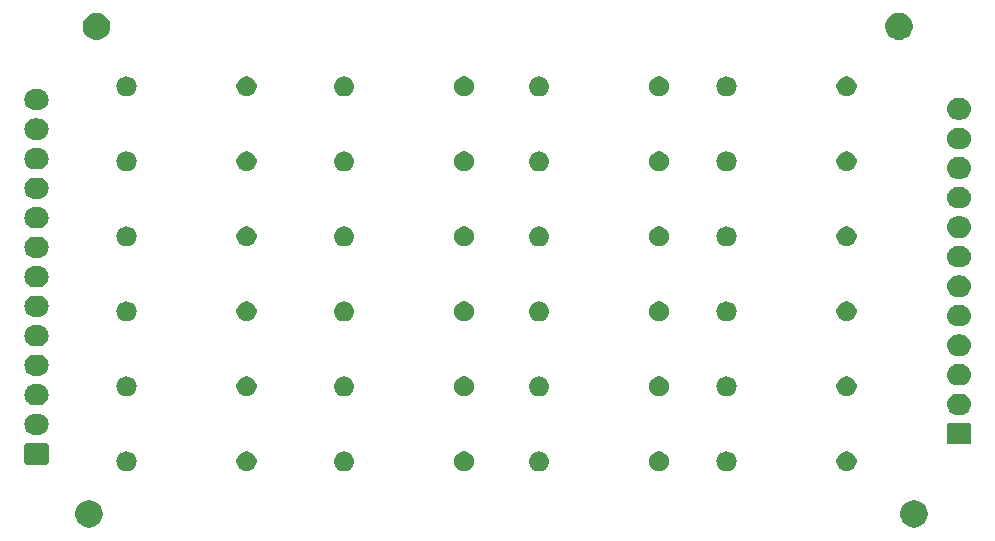
<source format=gbr>
G04 #@! TF.GenerationSoftware,KiCad,Pcbnew,5.1.4-3.fc30*
G04 #@! TF.CreationDate,2019-11-27T18:44:14-08:00*
G04 #@! TF.ProjectId,DASH,44415348-2e6b-4696-9361-645f70636258,rev?*
G04 #@! TF.SameCoordinates,Original*
G04 #@! TF.FileFunction,Soldermask,Top*
G04 #@! TF.FilePolarity,Negative*
%FSLAX46Y46*%
G04 Gerber Fmt 4.6, Leading zero omitted, Abs format (unit mm)*
G04 Created by KiCad (PCBNEW 5.1.4-3.fc30) date 2019-11-27 18:44:14*
%MOMM*%
%LPD*%
G04 APERTURE LIST*
%ADD10C,0.100000*%
G04 APERTURE END LIST*
D10*
G36*
X159609549Y-105551116D02*
G01*
X159720734Y-105573232D01*
X159930203Y-105659997D01*
X160118720Y-105785960D01*
X160279040Y-105946280D01*
X160405003Y-106134797D01*
X160491768Y-106344266D01*
X160536000Y-106566636D01*
X160536000Y-106793364D01*
X160491768Y-107015734D01*
X160405003Y-107225203D01*
X160279040Y-107413720D01*
X160118720Y-107574040D01*
X159930203Y-107700003D01*
X159720734Y-107786768D01*
X159609549Y-107808884D01*
X159498365Y-107831000D01*
X159271635Y-107831000D01*
X159160451Y-107808884D01*
X159049266Y-107786768D01*
X158839797Y-107700003D01*
X158651280Y-107574040D01*
X158490960Y-107413720D01*
X158364997Y-107225203D01*
X158278232Y-107015734D01*
X158234000Y-106793364D01*
X158234000Y-106566636D01*
X158278232Y-106344266D01*
X158364997Y-106134797D01*
X158490960Y-105946280D01*
X158651280Y-105785960D01*
X158839797Y-105659997D01*
X159049266Y-105573232D01*
X159160451Y-105551116D01*
X159271635Y-105529000D01*
X159498365Y-105529000D01*
X159609549Y-105551116D01*
X159609549Y-105551116D01*
G37*
G36*
X89759549Y-105551116D02*
G01*
X89870734Y-105573232D01*
X90080203Y-105659997D01*
X90268720Y-105785960D01*
X90429040Y-105946280D01*
X90555003Y-106134797D01*
X90641768Y-106344266D01*
X90686000Y-106566636D01*
X90686000Y-106793364D01*
X90641768Y-107015734D01*
X90555003Y-107225203D01*
X90429040Y-107413720D01*
X90268720Y-107574040D01*
X90080203Y-107700003D01*
X89870734Y-107786768D01*
X89759549Y-107808884D01*
X89648365Y-107831000D01*
X89421635Y-107831000D01*
X89310451Y-107808884D01*
X89199266Y-107786768D01*
X88989797Y-107700003D01*
X88801280Y-107574040D01*
X88640960Y-107413720D01*
X88514997Y-107225203D01*
X88428232Y-107015734D01*
X88384000Y-106793364D01*
X88384000Y-106566636D01*
X88428232Y-106344266D01*
X88514997Y-106134797D01*
X88640960Y-105946280D01*
X88801280Y-105785960D01*
X88989797Y-105659997D01*
X89199266Y-105573232D01*
X89310451Y-105551116D01*
X89421635Y-105529000D01*
X89648365Y-105529000D01*
X89759549Y-105551116D01*
X89759549Y-105551116D01*
G37*
G36*
X127801823Y-101396313D02*
G01*
X127962242Y-101444976D01*
X128029361Y-101480852D01*
X128110078Y-101523996D01*
X128239659Y-101630341D01*
X128346004Y-101759922D01*
X128346005Y-101759924D01*
X128425024Y-101907758D01*
X128473687Y-102068177D01*
X128490117Y-102235000D01*
X128473687Y-102401823D01*
X128425024Y-102562242D01*
X128384477Y-102638100D01*
X128346004Y-102710078D01*
X128239659Y-102839659D01*
X128110078Y-102946004D01*
X128110076Y-102946005D01*
X127962242Y-103025024D01*
X127801823Y-103073687D01*
X127676804Y-103086000D01*
X127593196Y-103086000D01*
X127468177Y-103073687D01*
X127307758Y-103025024D01*
X127159924Y-102946005D01*
X127159922Y-102946004D01*
X127030341Y-102839659D01*
X126923996Y-102710078D01*
X126885523Y-102638100D01*
X126844976Y-102562242D01*
X126796313Y-102401823D01*
X126779883Y-102235000D01*
X126796313Y-102068177D01*
X126844976Y-101907758D01*
X126923995Y-101759924D01*
X126923996Y-101759922D01*
X127030341Y-101630341D01*
X127159922Y-101523996D01*
X127240639Y-101480852D01*
X127307758Y-101444976D01*
X127468177Y-101396313D01*
X127593196Y-101384000D01*
X127676804Y-101384000D01*
X127801823Y-101396313D01*
X127801823Y-101396313D01*
G37*
G36*
X111291823Y-101396313D02*
G01*
X111452242Y-101444976D01*
X111519361Y-101480852D01*
X111600078Y-101523996D01*
X111729659Y-101630341D01*
X111836004Y-101759922D01*
X111836005Y-101759924D01*
X111915024Y-101907758D01*
X111963687Y-102068177D01*
X111980117Y-102235000D01*
X111963687Y-102401823D01*
X111915024Y-102562242D01*
X111874477Y-102638100D01*
X111836004Y-102710078D01*
X111729659Y-102839659D01*
X111600078Y-102946004D01*
X111600076Y-102946005D01*
X111452242Y-103025024D01*
X111291823Y-103073687D01*
X111166804Y-103086000D01*
X111083196Y-103086000D01*
X110958177Y-103073687D01*
X110797758Y-103025024D01*
X110649924Y-102946005D01*
X110649922Y-102946004D01*
X110520341Y-102839659D01*
X110413996Y-102710078D01*
X110375523Y-102638100D01*
X110334976Y-102562242D01*
X110286313Y-102401823D01*
X110269883Y-102235000D01*
X110286313Y-102068177D01*
X110334976Y-101907758D01*
X110413995Y-101759924D01*
X110413996Y-101759922D01*
X110520341Y-101630341D01*
X110649922Y-101523996D01*
X110730639Y-101480852D01*
X110797758Y-101444976D01*
X110958177Y-101396313D01*
X111083196Y-101384000D01*
X111166804Y-101384000D01*
X111291823Y-101396313D01*
X111291823Y-101396313D01*
G37*
G36*
X121533228Y-101416703D02*
G01*
X121688100Y-101480853D01*
X121827481Y-101573985D01*
X121946015Y-101692519D01*
X122039147Y-101831900D01*
X122103297Y-101986772D01*
X122136000Y-102151184D01*
X122136000Y-102318816D01*
X122103297Y-102483228D01*
X122039147Y-102638100D01*
X121946015Y-102777481D01*
X121827481Y-102896015D01*
X121688100Y-102989147D01*
X121533228Y-103053297D01*
X121368816Y-103086000D01*
X121201184Y-103086000D01*
X121036772Y-103053297D01*
X120881900Y-102989147D01*
X120742519Y-102896015D01*
X120623985Y-102777481D01*
X120530853Y-102638100D01*
X120466703Y-102483228D01*
X120434000Y-102318816D01*
X120434000Y-102151184D01*
X120466703Y-101986772D01*
X120530853Y-101831900D01*
X120623985Y-101692519D01*
X120742519Y-101573985D01*
X120881900Y-101480853D01*
X121036772Y-101416703D01*
X121201184Y-101384000D01*
X121368816Y-101384000D01*
X121533228Y-101416703D01*
X121533228Y-101416703D01*
G37*
G36*
X103118228Y-101416703D02*
G01*
X103273100Y-101480853D01*
X103412481Y-101573985D01*
X103531015Y-101692519D01*
X103624147Y-101831900D01*
X103688297Y-101986772D01*
X103721000Y-102151184D01*
X103721000Y-102318816D01*
X103688297Y-102483228D01*
X103624147Y-102638100D01*
X103531015Y-102777481D01*
X103412481Y-102896015D01*
X103273100Y-102989147D01*
X103118228Y-103053297D01*
X102953816Y-103086000D01*
X102786184Y-103086000D01*
X102621772Y-103053297D01*
X102466900Y-102989147D01*
X102327519Y-102896015D01*
X102208985Y-102777481D01*
X102115853Y-102638100D01*
X102051703Y-102483228D01*
X102019000Y-102318816D01*
X102019000Y-102151184D01*
X102051703Y-101986772D01*
X102115853Y-101831900D01*
X102208985Y-101692519D01*
X102327519Y-101573985D01*
X102466900Y-101480853D01*
X102621772Y-101416703D01*
X102786184Y-101384000D01*
X102953816Y-101384000D01*
X103118228Y-101416703D01*
X103118228Y-101416703D01*
G37*
G36*
X92876823Y-101396313D02*
G01*
X93037242Y-101444976D01*
X93104361Y-101480852D01*
X93185078Y-101523996D01*
X93314659Y-101630341D01*
X93421004Y-101759922D01*
X93421005Y-101759924D01*
X93500024Y-101907758D01*
X93548687Y-102068177D01*
X93565117Y-102235000D01*
X93548687Y-102401823D01*
X93500024Y-102562242D01*
X93459477Y-102638100D01*
X93421004Y-102710078D01*
X93314659Y-102839659D01*
X93185078Y-102946004D01*
X93185076Y-102946005D01*
X93037242Y-103025024D01*
X92876823Y-103073687D01*
X92751804Y-103086000D01*
X92668196Y-103086000D01*
X92543177Y-103073687D01*
X92382758Y-103025024D01*
X92234924Y-102946005D01*
X92234922Y-102946004D01*
X92105341Y-102839659D01*
X91998996Y-102710078D01*
X91960523Y-102638100D01*
X91919976Y-102562242D01*
X91871313Y-102401823D01*
X91854883Y-102235000D01*
X91871313Y-102068177D01*
X91919976Y-101907758D01*
X91998995Y-101759924D01*
X91998996Y-101759922D01*
X92105341Y-101630341D01*
X92234922Y-101523996D01*
X92315639Y-101480852D01*
X92382758Y-101444976D01*
X92543177Y-101396313D01*
X92668196Y-101384000D01*
X92751804Y-101384000D01*
X92876823Y-101396313D01*
X92876823Y-101396313D01*
G37*
G36*
X143676823Y-101396313D02*
G01*
X143837242Y-101444976D01*
X143904361Y-101480852D01*
X143985078Y-101523996D01*
X144114659Y-101630341D01*
X144221004Y-101759922D01*
X144221005Y-101759924D01*
X144300024Y-101907758D01*
X144348687Y-102068177D01*
X144365117Y-102235000D01*
X144348687Y-102401823D01*
X144300024Y-102562242D01*
X144259477Y-102638100D01*
X144221004Y-102710078D01*
X144114659Y-102839659D01*
X143985078Y-102946004D01*
X143985076Y-102946005D01*
X143837242Y-103025024D01*
X143676823Y-103073687D01*
X143551804Y-103086000D01*
X143468196Y-103086000D01*
X143343177Y-103073687D01*
X143182758Y-103025024D01*
X143034924Y-102946005D01*
X143034922Y-102946004D01*
X142905341Y-102839659D01*
X142798996Y-102710078D01*
X142760523Y-102638100D01*
X142719976Y-102562242D01*
X142671313Y-102401823D01*
X142654883Y-102235000D01*
X142671313Y-102068177D01*
X142719976Y-101907758D01*
X142798995Y-101759924D01*
X142798996Y-101759922D01*
X142905341Y-101630341D01*
X143034922Y-101523996D01*
X143115639Y-101480852D01*
X143182758Y-101444976D01*
X143343177Y-101396313D01*
X143468196Y-101384000D01*
X143551804Y-101384000D01*
X143676823Y-101396313D01*
X143676823Y-101396313D01*
G37*
G36*
X153918228Y-101416703D02*
G01*
X154073100Y-101480853D01*
X154212481Y-101573985D01*
X154331015Y-101692519D01*
X154424147Y-101831900D01*
X154488297Y-101986772D01*
X154521000Y-102151184D01*
X154521000Y-102318816D01*
X154488297Y-102483228D01*
X154424147Y-102638100D01*
X154331015Y-102777481D01*
X154212481Y-102896015D01*
X154073100Y-102989147D01*
X153918228Y-103053297D01*
X153753816Y-103086000D01*
X153586184Y-103086000D01*
X153421772Y-103053297D01*
X153266900Y-102989147D01*
X153127519Y-102896015D01*
X153008985Y-102777481D01*
X152915853Y-102638100D01*
X152851703Y-102483228D01*
X152819000Y-102318816D01*
X152819000Y-102151184D01*
X152851703Y-101986772D01*
X152915853Y-101831900D01*
X153008985Y-101692519D01*
X153127519Y-101573985D01*
X153266900Y-101480853D01*
X153421772Y-101416703D01*
X153586184Y-101384000D01*
X153753816Y-101384000D01*
X153918228Y-101416703D01*
X153918228Y-101416703D01*
G37*
G36*
X138043228Y-101416703D02*
G01*
X138198100Y-101480853D01*
X138337481Y-101573985D01*
X138456015Y-101692519D01*
X138549147Y-101831900D01*
X138613297Y-101986772D01*
X138646000Y-102151184D01*
X138646000Y-102318816D01*
X138613297Y-102483228D01*
X138549147Y-102638100D01*
X138456015Y-102777481D01*
X138337481Y-102896015D01*
X138198100Y-102989147D01*
X138043228Y-103053297D01*
X137878816Y-103086000D01*
X137711184Y-103086000D01*
X137546772Y-103053297D01*
X137391900Y-102989147D01*
X137252519Y-102896015D01*
X137133985Y-102777481D01*
X137040853Y-102638100D01*
X136976703Y-102483228D01*
X136944000Y-102318816D01*
X136944000Y-102151184D01*
X136976703Y-101986772D01*
X137040853Y-101831900D01*
X137133985Y-101692519D01*
X137252519Y-101573985D01*
X137391900Y-101480853D01*
X137546772Y-101416703D01*
X137711184Y-101384000D01*
X137878816Y-101384000D01*
X138043228Y-101416703D01*
X138043228Y-101416703D01*
G37*
G36*
X85973600Y-100702989D02*
G01*
X86006652Y-100713015D01*
X86037103Y-100729292D01*
X86063799Y-100751201D01*
X86085708Y-100777897D01*
X86101985Y-100808348D01*
X86112011Y-100841400D01*
X86116000Y-100881903D01*
X86116000Y-102318097D01*
X86112011Y-102358600D01*
X86101985Y-102391652D01*
X86085708Y-102422103D01*
X86063799Y-102448799D01*
X86037103Y-102470708D01*
X86006652Y-102486985D01*
X85973600Y-102497011D01*
X85933097Y-102501000D01*
X84246903Y-102501000D01*
X84206400Y-102497011D01*
X84173348Y-102486985D01*
X84142897Y-102470708D01*
X84116201Y-102448799D01*
X84094292Y-102422103D01*
X84078015Y-102391652D01*
X84067989Y-102358600D01*
X84064000Y-102318097D01*
X84064000Y-100881903D01*
X84067989Y-100841400D01*
X84078015Y-100808348D01*
X84094292Y-100777897D01*
X84116201Y-100751201D01*
X84142897Y-100729292D01*
X84173348Y-100713015D01*
X84206400Y-100702989D01*
X84246903Y-100699000D01*
X85933097Y-100699000D01*
X85973600Y-100702989D01*
X85973600Y-100702989D01*
G37*
G36*
X164078600Y-98992989D02*
G01*
X164111652Y-99003015D01*
X164142103Y-99019292D01*
X164168799Y-99041201D01*
X164190708Y-99067897D01*
X164206985Y-99098348D01*
X164217011Y-99131400D01*
X164221000Y-99171903D01*
X164221000Y-100608097D01*
X164217011Y-100648600D01*
X164206985Y-100681652D01*
X164190708Y-100712103D01*
X164168799Y-100738799D01*
X164142103Y-100760708D01*
X164111652Y-100776985D01*
X164078600Y-100787011D01*
X164038097Y-100791000D01*
X162351903Y-100791000D01*
X162311400Y-100787011D01*
X162278348Y-100776985D01*
X162247897Y-100760708D01*
X162221201Y-100738799D01*
X162199292Y-100712103D01*
X162183015Y-100681652D01*
X162172989Y-100648600D01*
X162169000Y-100608097D01*
X162169000Y-99171903D01*
X162172989Y-99131400D01*
X162183015Y-99098348D01*
X162199292Y-99067897D01*
X162221201Y-99041201D01*
X162247897Y-99019292D01*
X162278348Y-99003015D01*
X162311400Y-98992989D01*
X162351903Y-98989000D01*
X164038097Y-98989000D01*
X164078600Y-98992989D01*
X164078600Y-98992989D01*
G37*
G36*
X85325443Y-98205519D02*
G01*
X85391627Y-98212037D01*
X85561466Y-98263557D01*
X85717991Y-98347222D01*
X85753729Y-98376552D01*
X85855186Y-98459814D01*
X85938448Y-98561271D01*
X85967778Y-98597009D01*
X86051443Y-98753534D01*
X86102963Y-98923373D01*
X86120359Y-99100000D01*
X86102963Y-99276627D01*
X86051443Y-99446466D01*
X85967778Y-99602991D01*
X85938448Y-99638729D01*
X85855186Y-99740186D01*
X85753729Y-99823448D01*
X85717991Y-99852778D01*
X85561466Y-99936443D01*
X85391627Y-99987963D01*
X85325442Y-99994482D01*
X85259260Y-100001000D01*
X84920740Y-100001000D01*
X84854558Y-99994482D01*
X84788373Y-99987963D01*
X84618534Y-99936443D01*
X84462009Y-99852778D01*
X84426271Y-99823448D01*
X84324814Y-99740186D01*
X84241552Y-99638729D01*
X84212222Y-99602991D01*
X84128557Y-99446466D01*
X84077037Y-99276627D01*
X84059641Y-99100000D01*
X84077037Y-98923373D01*
X84128557Y-98753534D01*
X84212222Y-98597009D01*
X84241552Y-98561271D01*
X84324814Y-98459814D01*
X84426271Y-98376552D01*
X84462009Y-98347222D01*
X84618534Y-98263557D01*
X84788373Y-98212037D01*
X84854557Y-98205519D01*
X84920740Y-98199000D01*
X85259260Y-98199000D01*
X85325443Y-98205519D01*
X85325443Y-98205519D01*
G37*
G36*
X163430442Y-96495518D02*
G01*
X163496627Y-96502037D01*
X163666466Y-96553557D01*
X163822991Y-96637222D01*
X163858729Y-96666552D01*
X163960186Y-96749814D01*
X164043448Y-96851271D01*
X164072778Y-96887009D01*
X164156443Y-97043534D01*
X164207963Y-97213373D01*
X164225359Y-97390000D01*
X164207963Y-97566627D01*
X164156443Y-97736466D01*
X164072778Y-97892991D01*
X164043448Y-97928729D01*
X163960186Y-98030186D01*
X163858729Y-98113448D01*
X163822991Y-98142778D01*
X163666466Y-98226443D01*
X163496627Y-98277963D01*
X163430443Y-98284481D01*
X163364260Y-98291000D01*
X163025740Y-98291000D01*
X162959557Y-98284481D01*
X162893373Y-98277963D01*
X162723534Y-98226443D01*
X162567009Y-98142778D01*
X162531271Y-98113448D01*
X162429814Y-98030186D01*
X162346552Y-97928729D01*
X162317222Y-97892991D01*
X162233557Y-97736466D01*
X162182037Y-97566627D01*
X162164641Y-97390000D01*
X162182037Y-97213373D01*
X162233557Y-97043534D01*
X162317222Y-96887009D01*
X162346552Y-96851271D01*
X162429814Y-96749814D01*
X162531271Y-96666552D01*
X162567009Y-96637222D01*
X162723534Y-96553557D01*
X162893373Y-96502037D01*
X162959558Y-96495518D01*
X163025740Y-96489000D01*
X163364260Y-96489000D01*
X163430442Y-96495518D01*
X163430442Y-96495518D01*
G37*
G36*
X85325443Y-95705519D02*
G01*
X85391627Y-95712037D01*
X85561466Y-95763557D01*
X85561468Y-95763558D01*
X85639729Y-95805390D01*
X85717991Y-95847222D01*
X85753729Y-95876552D01*
X85855186Y-95959814D01*
X85930695Y-96051823D01*
X85967778Y-96097009D01*
X86051443Y-96253534D01*
X86102963Y-96423373D01*
X86120359Y-96600000D01*
X86102963Y-96776627D01*
X86051443Y-96946466D01*
X85967778Y-97102991D01*
X85938448Y-97138729D01*
X85855186Y-97240186D01*
X85753729Y-97323448D01*
X85717991Y-97352778D01*
X85561466Y-97436443D01*
X85391627Y-97487963D01*
X85325442Y-97494482D01*
X85259260Y-97501000D01*
X84920740Y-97501000D01*
X84854558Y-97494482D01*
X84788373Y-97487963D01*
X84618534Y-97436443D01*
X84462009Y-97352778D01*
X84426271Y-97323448D01*
X84324814Y-97240186D01*
X84241552Y-97138729D01*
X84212222Y-97102991D01*
X84128557Y-96946466D01*
X84077037Y-96776627D01*
X84059641Y-96600000D01*
X84077037Y-96423373D01*
X84128557Y-96253534D01*
X84212222Y-96097009D01*
X84249305Y-96051823D01*
X84324814Y-95959814D01*
X84426271Y-95876552D01*
X84462009Y-95847222D01*
X84540271Y-95805390D01*
X84618532Y-95763558D01*
X84618534Y-95763557D01*
X84788373Y-95712037D01*
X84854557Y-95705519D01*
X84920740Y-95699000D01*
X85259260Y-95699000D01*
X85325443Y-95705519D01*
X85325443Y-95705519D01*
G37*
G36*
X138043228Y-95066703D02*
G01*
X138198100Y-95130853D01*
X138337481Y-95223985D01*
X138456015Y-95342519D01*
X138549147Y-95481900D01*
X138613297Y-95636772D01*
X138646000Y-95801184D01*
X138646000Y-95968816D01*
X138613297Y-96133228D01*
X138549147Y-96288100D01*
X138456015Y-96427481D01*
X138337481Y-96546015D01*
X138198100Y-96639147D01*
X138043228Y-96703297D01*
X137878816Y-96736000D01*
X137711184Y-96736000D01*
X137546772Y-96703297D01*
X137391900Y-96639147D01*
X137252519Y-96546015D01*
X137133985Y-96427481D01*
X137040853Y-96288100D01*
X136976703Y-96133228D01*
X136944000Y-95968816D01*
X136944000Y-95801184D01*
X136976703Y-95636772D01*
X137040853Y-95481900D01*
X137133985Y-95342519D01*
X137252519Y-95223985D01*
X137391900Y-95130853D01*
X137546772Y-95066703D01*
X137711184Y-95034000D01*
X137878816Y-95034000D01*
X138043228Y-95066703D01*
X138043228Y-95066703D01*
G37*
G36*
X127801823Y-95046313D02*
G01*
X127962242Y-95094976D01*
X128029361Y-95130852D01*
X128110078Y-95173996D01*
X128239659Y-95280341D01*
X128346004Y-95409922D01*
X128346005Y-95409924D01*
X128425024Y-95557758D01*
X128473687Y-95718177D01*
X128490117Y-95885000D01*
X128473687Y-96051823D01*
X128425024Y-96212242D01*
X128384477Y-96288100D01*
X128346004Y-96360078D01*
X128239659Y-96489659D01*
X128110078Y-96596004D01*
X128110076Y-96596005D01*
X127962242Y-96675024D01*
X127801823Y-96723687D01*
X127676804Y-96736000D01*
X127593196Y-96736000D01*
X127468177Y-96723687D01*
X127307758Y-96675024D01*
X127159924Y-96596005D01*
X127159922Y-96596004D01*
X127030341Y-96489659D01*
X126923996Y-96360078D01*
X126885523Y-96288100D01*
X126844976Y-96212242D01*
X126796313Y-96051823D01*
X126779883Y-95885000D01*
X126796313Y-95718177D01*
X126844976Y-95557758D01*
X126923995Y-95409924D01*
X126923996Y-95409922D01*
X127030341Y-95280341D01*
X127159922Y-95173996D01*
X127240639Y-95130852D01*
X127307758Y-95094976D01*
X127468177Y-95046313D01*
X127593196Y-95034000D01*
X127676804Y-95034000D01*
X127801823Y-95046313D01*
X127801823Y-95046313D01*
G37*
G36*
X121533228Y-95066703D02*
G01*
X121688100Y-95130853D01*
X121827481Y-95223985D01*
X121946015Y-95342519D01*
X122039147Y-95481900D01*
X122103297Y-95636772D01*
X122136000Y-95801184D01*
X122136000Y-95968816D01*
X122103297Y-96133228D01*
X122039147Y-96288100D01*
X121946015Y-96427481D01*
X121827481Y-96546015D01*
X121688100Y-96639147D01*
X121533228Y-96703297D01*
X121368816Y-96736000D01*
X121201184Y-96736000D01*
X121036772Y-96703297D01*
X120881900Y-96639147D01*
X120742519Y-96546015D01*
X120623985Y-96427481D01*
X120530853Y-96288100D01*
X120466703Y-96133228D01*
X120434000Y-95968816D01*
X120434000Y-95801184D01*
X120466703Y-95636772D01*
X120530853Y-95481900D01*
X120623985Y-95342519D01*
X120742519Y-95223985D01*
X120881900Y-95130853D01*
X121036772Y-95066703D01*
X121201184Y-95034000D01*
X121368816Y-95034000D01*
X121533228Y-95066703D01*
X121533228Y-95066703D01*
G37*
G36*
X111291823Y-95046313D02*
G01*
X111452242Y-95094976D01*
X111519361Y-95130852D01*
X111600078Y-95173996D01*
X111729659Y-95280341D01*
X111836004Y-95409922D01*
X111836005Y-95409924D01*
X111915024Y-95557758D01*
X111963687Y-95718177D01*
X111980117Y-95885000D01*
X111963687Y-96051823D01*
X111915024Y-96212242D01*
X111874477Y-96288100D01*
X111836004Y-96360078D01*
X111729659Y-96489659D01*
X111600078Y-96596004D01*
X111600076Y-96596005D01*
X111452242Y-96675024D01*
X111291823Y-96723687D01*
X111166804Y-96736000D01*
X111083196Y-96736000D01*
X110958177Y-96723687D01*
X110797758Y-96675024D01*
X110649924Y-96596005D01*
X110649922Y-96596004D01*
X110520341Y-96489659D01*
X110413996Y-96360078D01*
X110375523Y-96288100D01*
X110334976Y-96212242D01*
X110286313Y-96051823D01*
X110269883Y-95885000D01*
X110286313Y-95718177D01*
X110334976Y-95557758D01*
X110413995Y-95409924D01*
X110413996Y-95409922D01*
X110520341Y-95280341D01*
X110649922Y-95173996D01*
X110730639Y-95130852D01*
X110797758Y-95094976D01*
X110958177Y-95046313D01*
X111083196Y-95034000D01*
X111166804Y-95034000D01*
X111291823Y-95046313D01*
X111291823Y-95046313D01*
G37*
G36*
X103118228Y-95066703D02*
G01*
X103273100Y-95130853D01*
X103412481Y-95223985D01*
X103531015Y-95342519D01*
X103624147Y-95481900D01*
X103688297Y-95636772D01*
X103721000Y-95801184D01*
X103721000Y-95968816D01*
X103688297Y-96133228D01*
X103624147Y-96288100D01*
X103531015Y-96427481D01*
X103412481Y-96546015D01*
X103273100Y-96639147D01*
X103118228Y-96703297D01*
X102953816Y-96736000D01*
X102786184Y-96736000D01*
X102621772Y-96703297D01*
X102466900Y-96639147D01*
X102327519Y-96546015D01*
X102208985Y-96427481D01*
X102115853Y-96288100D01*
X102051703Y-96133228D01*
X102019000Y-95968816D01*
X102019000Y-95801184D01*
X102051703Y-95636772D01*
X102115853Y-95481900D01*
X102208985Y-95342519D01*
X102327519Y-95223985D01*
X102466900Y-95130853D01*
X102621772Y-95066703D01*
X102786184Y-95034000D01*
X102953816Y-95034000D01*
X103118228Y-95066703D01*
X103118228Y-95066703D01*
G37*
G36*
X143676823Y-95046313D02*
G01*
X143837242Y-95094976D01*
X143904361Y-95130852D01*
X143985078Y-95173996D01*
X144114659Y-95280341D01*
X144221004Y-95409922D01*
X144221005Y-95409924D01*
X144300024Y-95557758D01*
X144348687Y-95718177D01*
X144365117Y-95885000D01*
X144348687Y-96051823D01*
X144300024Y-96212242D01*
X144259477Y-96288100D01*
X144221004Y-96360078D01*
X144114659Y-96489659D01*
X143985078Y-96596004D01*
X143985076Y-96596005D01*
X143837242Y-96675024D01*
X143676823Y-96723687D01*
X143551804Y-96736000D01*
X143468196Y-96736000D01*
X143343177Y-96723687D01*
X143182758Y-96675024D01*
X143034924Y-96596005D01*
X143034922Y-96596004D01*
X142905341Y-96489659D01*
X142798996Y-96360078D01*
X142760523Y-96288100D01*
X142719976Y-96212242D01*
X142671313Y-96051823D01*
X142654883Y-95885000D01*
X142671313Y-95718177D01*
X142719976Y-95557758D01*
X142798995Y-95409924D01*
X142798996Y-95409922D01*
X142905341Y-95280341D01*
X143034922Y-95173996D01*
X143115639Y-95130852D01*
X143182758Y-95094976D01*
X143343177Y-95046313D01*
X143468196Y-95034000D01*
X143551804Y-95034000D01*
X143676823Y-95046313D01*
X143676823Y-95046313D01*
G37*
G36*
X153918228Y-95066703D02*
G01*
X154073100Y-95130853D01*
X154212481Y-95223985D01*
X154331015Y-95342519D01*
X154424147Y-95481900D01*
X154488297Y-95636772D01*
X154521000Y-95801184D01*
X154521000Y-95968816D01*
X154488297Y-96133228D01*
X154424147Y-96288100D01*
X154331015Y-96427481D01*
X154212481Y-96546015D01*
X154073100Y-96639147D01*
X153918228Y-96703297D01*
X153753816Y-96736000D01*
X153586184Y-96736000D01*
X153421772Y-96703297D01*
X153266900Y-96639147D01*
X153127519Y-96546015D01*
X153008985Y-96427481D01*
X152915853Y-96288100D01*
X152851703Y-96133228D01*
X152819000Y-95968816D01*
X152819000Y-95801184D01*
X152851703Y-95636772D01*
X152915853Y-95481900D01*
X153008985Y-95342519D01*
X153127519Y-95223985D01*
X153266900Y-95130853D01*
X153421772Y-95066703D01*
X153586184Y-95034000D01*
X153753816Y-95034000D01*
X153918228Y-95066703D01*
X153918228Y-95066703D01*
G37*
G36*
X92876823Y-95046313D02*
G01*
X93037242Y-95094976D01*
X93104361Y-95130852D01*
X93185078Y-95173996D01*
X93314659Y-95280341D01*
X93421004Y-95409922D01*
X93421005Y-95409924D01*
X93500024Y-95557758D01*
X93548687Y-95718177D01*
X93565117Y-95885000D01*
X93548687Y-96051823D01*
X93500024Y-96212242D01*
X93459477Y-96288100D01*
X93421004Y-96360078D01*
X93314659Y-96489659D01*
X93185078Y-96596004D01*
X93185076Y-96596005D01*
X93037242Y-96675024D01*
X92876823Y-96723687D01*
X92751804Y-96736000D01*
X92668196Y-96736000D01*
X92543177Y-96723687D01*
X92382758Y-96675024D01*
X92234924Y-96596005D01*
X92234922Y-96596004D01*
X92105341Y-96489659D01*
X91998996Y-96360078D01*
X91960523Y-96288100D01*
X91919976Y-96212242D01*
X91871313Y-96051823D01*
X91854883Y-95885000D01*
X91871313Y-95718177D01*
X91919976Y-95557758D01*
X91998995Y-95409924D01*
X91998996Y-95409922D01*
X92105341Y-95280341D01*
X92234922Y-95173996D01*
X92315639Y-95130852D01*
X92382758Y-95094976D01*
X92543177Y-95046313D01*
X92668196Y-95034000D01*
X92751804Y-95034000D01*
X92876823Y-95046313D01*
X92876823Y-95046313D01*
G37*
G36*
X163430442Y-93995518D02*
G01*
X163496627Y-94002037D01*
X163666466Y-94053557D01*
X163822991Y-94137222D01*
X163858729Y-94166552D01*
X163960186Y-94249814D01*
X164043448Y-94351271D01*
X164072778Y-94387009D01*
X164156443Y-94543534D01*
X164207963Y-94713373D01*
X164225359Y-94890000D01*
X164207963Y-95066627D01*
X164156443Y-95236466D01*
X164072778Y-95392991D01*
X164058883Y-95409922D01*
X163960186Y-95530186D01*
X163858729Y-95613448D01*
X163822991Y-95642778D01*
X163822989Y-95642779D01*
X163681931Y-95718177D01*
X163666466Y-95726443D01*
X163496627Y-95777963D01*
X163430443Y-95784481D01*
X163364260Y-95791000D01*
X163025740Y-95791000D01*
X162959557Y-95784481D01*
X162893373Y-95777963D01*
X162723534Y-95726443D01*
X162708070Y-95718177D01*
X162567011Y-95642779D01*
X162567009Y-95642778D01*
X162531271Y-95613448D01*
X162429814Y-95530186D01*
X162331117Y-95409922D01*
X162317222Y-95392991D01*
X162233557Y-95236466D01*
X162182037Y-95066627D01*
X162164641Y-94890000D01*
X162182037Y-94713373D01*
X162233557Y-94543534D01*
X162317222Y-94387009D01*
X162346552Y-94351271D01*
X162429814Y-94249814D01*
X162531271Y-94166552D01*
X162567009Y-94137222D01*
X162723534Y-94053557D01*
X162893373Y-94002037D01*
X162959557Y-93995519D01*
X163025740Y-93989000D01*
X163364260Y-93989000D01*
X163430442Y-93995518D01*
X163430442Y-93995518D01*
G37*
G36*
X85325443Y-93205519D02*
G01*
X85391627Y-93212037D01*
X85561466Y-93263557D01*
X85717991Y-93347222D01*
X85753729Y-93376552D01*
X85855186Y-93459814D01*
X85938448Y-93561271D01*
X85967778Y-93597009D01*
X86051443Y-93753534D01*
X86102963Y-93923373D01*
X86120359Y-94100000D01*
X86102963Y-94276627D01*
X86051443Y-94446466D01*
X85967778Y-94602991D01*
X85938448Y-94638729D01*
X85855186Y-94740186D01*
X85753729Y-94823448D01*
X85717991Y-94852778D01*
X85561466Y-94936443D01*
X85391627Y-94987963D01*
X85325443Y-94994481D01*
X85259260Y-95001000D01*
X84920740Y-95001000D01*
X84854557Y-94994481D01*
X84788373Y-94987963D01*
X84618534Y-94936443D01*
X84462009Y-94852778D01*
X84426271Y-94823448D01*
X84324814Y-94740186D01*
X84241552Y-94638729D01*
X84212222Y-94602991D01*
X84128557Y-94446466D01*
X84077037Y-94276627D01*
X84059641Y-94100000D01*
X84077037Y-93923373D01*
X84128557Y-93753534D01*
X84212222Y-93597009D01*
X84241552Y-93561271D01*
X84324814Y-93459814D01*
X84426271Y-93376552D01*
X84462009Y-93347222D01*
X84618534Y-93263557D01*
X84788373Y-93212037D01*
X84854557Y-93205519D01*
X84920740Y-93199000D01*
X85259260Y-93199000D01*
X85325443Y-93205519D01*
X85325443Y-93205519D01*
G37*
G36*
X163430442Y-91495518D02*
G01*
X163496627Y-91502037D01*
X163666466Y-91553557D01*
X163822991Y-91637222D01*
X163858729Y-91666552D01*
X163960186Y-91749814D01*
X164043448Y-91851271D01*
X164072778Y-91887009D01*
X164156443Y-92043534D01*
X164207963Y-92213373D01*
X164225359Y-92390000D01*
X164207963Y-92566627D01*
X164156443Y-92736466D01*
X164072778Y-92892991D01*
X164043448Y-92928729D01*
X163960186Y-93030186D01*
X163858729Y-93113448D01*
X163822991Y-93142778D01*
X163666466Y-93226443D01*
X163496627Y-93277963D01*
X163430443Y-93284481D01*
X163364260Y-93291000D01*
X163025740Y-93291000D01*
X162959557Y-93284481D01*
X162893373Y-93277963D01*
X162723534Y-93226443D01*
X162567009Y-93142778D01*
X162531271Y-93113448D01*
X162429814Y-93030186D01*
X162346552Y-92928729D01*
X162317222Y-92892991D01*
X162233557Y-92736466D01*
X162182037Y-92566627D01*
X162164641Y-92390000D01*
X162182037Y-92213373D01*
X162233557Y-92043534D01*
X162317222Y-91887009D01*
X162346552Y-91851271D01*
X162429814Y-91749814D01*
X162531271Y-91666552D01*
X162567009Y-91637222D01*
X162723534Y-91553557D01*
X162893373Y-91502037D01*
X162959557Y-91495519D01*
X163025740Y-91489000D01*
X163364260Y-91489000D01*
X163430442Y-91495518D01*
X163430442Y-91495518D01*
G37*
G36*
X85325442Y-90705518D02*
G01*
X85391627Y-90712037D01*
X85561466Y-90763557D01*
X85717991Y-90847222D01*
X85753729Y-90876552D01*
X85855186Y-90959814D01*
X85938448Y-91061271D01*
X85967778Y-91097009D01*
X86051443Y-91253534D01*
X86102963Y-91423373D01*
X86120359Y-91600000D01*
X86102963Y-91776627D01*
X86051443Y-91946466D01*
X85967778Y-92102991D01*
X85938448Y-92138729D01*
X85855186Y-92240186D01*
X85753729Y-92323448D01*
X85717991Y-92352778D01*
X85561466Y-92436443D01*
X85391627Y-92487963D01*
X85325442Y-92494482D01*
X85259260Y-92501000D01*
X84920740Y-92501000D01*
X84854558Y-92494482D01*
X84788373Y-92487963D01*
X84618534Y-92436443D01*
X84462009Y-92352778D01*
X84426271Y-92323448D01*
X84324814Y-92240186D01*
X84241552Y-92138729D01*
X84212222Y-92102991D01*
X84128557Y-91946466D01*
X84077037Y-91776627D01*
X84059641Y-91600000D01*
X84077037Y-91423373D01*
X84128557Y-91253534D01*
X84212222Y-91097009D01*
X84241552Y-91061271D01*
X84324814Y-90959814D01*
X84426271Y-90876552D01*
X84462009Y-90847222D01*
X84618534Y-90763557D01*
X84788373Y-90712037D01*
X84854558Y-90705518D01*
X84920740Y-90699000D01*
X85259260Y-90699000D01*
X85325442Y-90705518D01*
X85325442Y-90705518D01*
G37*
G36*
X163430442Y-88995518D02*
G01*
X163496627Y-89002037D01*
X163666466Y-89053557D01*
X163822991Y-89137222D01*
X163858729Y-89166552D01*
X163960186Y-89249814D01*
X164043448Y-89351271D01*
X164072778Y-89387009D01*
X164072779Y-89387011D01*
X164151882Y-89535000D01*
X164156443Y-89543534D01*
X164207963Y-89713373D01*
X164225359Y-89890000D01*
X164207963Y-90066627D01*
X164156443Y-90236466D01*
X164072778Y-90392991D01*
X164043448Y-90428729D01*
X163960186Y-90530186D01*
X163858729Y-90613448D01*
X163822991Y-90642778D01*
X163666466Y-90726443D01*
X163496627Y-90777963D01*
X163430443Y-90784481D01*
X163364260Y-90791000D01*
X163025740Y-90791000D01*
X162959558Y-90784482D01*
X162893373Y-90777963D01*
X162723534Y-90726443D01*
X162567009Y-90642778D01*
X162531271Y-90613448D01*
X162429814Y-90530186D01*
X162346552Y-90428729D01*
X162317222Y-90392991D01*
X162233557Y-90236466D01*
X162182037Y-90066627D01*
X162164641Y-89890000D01*
X162182037Y-89713373D01*
X162233557Y-89543534D01*
X162238119Y-89535000D01*
X162317221Y-89387011D01*
X162317222Y-89387009D01*
X162346552Y-89351271D01*
X162429814Y-89249814D01*
X162531271Y-89166552D01*
X162567009Y-89137222D01*
X162723534Y-89053557D01*
X162893373Y-89002037D01*
X162959558Y-88995518D01*
X163025740Y-88989000D01*
X163364260Y-88989000D01*
X163430442Y-88995518D01*
X163430442Y-88995518D01*
G37*
G36*
X153918228Y-88716703D02*
G01*
X154073100Y-88780853D01*
X154212481Y-88873985D01*
X154331015Y-88992519D01*
X154424147Y-89131900D01*
X154488297Y-89286772D01*
X154521000Y-89451184D01*
X154521000Y-89618816D01*
X154488297Y-89783228D01*
X154424147Y-89938100D01*
X154331015Y-90077481D01*
X154212481Y-90196015D01*
X154073100Y-90289147D01*
X153918228Y-90353297D01*
X153753816Y-90386000D01*
X153586184Y-90386000D01*
X153421772Y-90353297D01*
X153266900Y-90289147D01*
X153127519Y-90196015D01*
X153008985Y-90077481D01*
X152915853Y-89938100D01*
X152851703Y-89783228D01*
X152819000Y-89618816D01*
X152819000Y-89451184D01*
X152851703Y-89286772D01*
X152915853Y-89131900D01*
X153008985Y-88992519D01*
X153127519Y-88873985D01*
X153266900Y-88780853D01*
X153421772Y-88716703D01*
X153586184Y-88684000D01*
X153753816Y-88684000D01*
X153918228Y-88716703D01*
X153918228Y-88716703D01*
G37*
G36*
X121533228Y-88716703D02*
G01*
X121688100Y-88780853D01*
X121827481Y-88873985D01*
X121946015Y-88992519D01*
X122039147Y-89131900D01*
X122103297Y-89286772D01*
X122136000Y-89451184D01*
X122136000Y-89618816D01*
X122103297Y-89783228D01*
X122039147Y-89938100D01*
X121946015Y-90077481D01*
X121827481Y-90196015D01*
X121688100Y-90289147D01*
X121533228Y-90353297D01*
X121368816Y-90386000D01*
X121201184Y-90386000D01*
X121036772Y-90353297D01*
X120881900Y-90289147D01*
X120742519Y-90196015D01*
X120623985Y-90077481D01*
X120530853Y-89938100D01*
X120466703Y-89783228D01*
X120434000Y-89618816D01*
X120434000Y-89451184D01*
X120466703Y-89286772D01*
X120530853Y-89131900D01*
X120623985Y-88992519D01*
X120742519Y-88873985D01*
X120881900Y-88780853D01*
X121036772Y-88716703D01*
X121201184Y-88684000D01*
X121368816Y-88684000D01*
X121533228Y-88716703D01*
X121533228Y-88716703D01*
G37*
G36*
X111291823Y-88696313D02*
G01*
X111452242Y-88744976D01*
X111519361Y-88780852D01*
X111600078Y-88823996D01*
X111729659Y-88930341D01*
X111836004Y-89059922D01*
X111836005Y-89059924D01*
X111915024Y-89207758D01*
X111963687Y-89368177D01*
X111980117Y-89535000D01*
X111963687Y-89701823D01*
X111915024Y-89862242D01*
X111874477Y-89938100D01*
X111836004Y-90010078D01*
X111729659Y-90139659D01*
X111600078Y-90246004D01*
X111600076Y-90246005D01*
X111452242Y-90325024D01*
X111291823Y-90373687D01*
X111166804Y-90386000D01*
X111083196Y-90386000D01*
X110958177Y-90373687D01*
X110797758Y-90325024D01*
X110649924Y-90246005D01*
X110649922Y-90246004D01*
X110520341Y-90139659D01*
X110413996Y-90010078D01*
X110375523Y-89938100D01*
X110334976Y-89862242D01*
X110286313Y-89701823D01*
X110269883Y-89535000D01*
X110286313Y-89368177D01*
X110334976Y-89207758D01*
X110413995Y-89059924D01*
X110413996Y-89059922D01*
X110520341Y-88930341D01*
X110649922Y-88823996D01*
X110730639Y-88780852D01*
X110797758Y-88744976D01*
X110958177Y-88696313D01*
X111083196Y-88684000D01*
X111166804Y-88684000D01*
X111291823Y-88696313D01*
X111291823Y-88696313D01*
G37*
G36*
X138043228Y-88716703D02*
G01*
X138198100Y-88780853D01*
X138337481Y-88873985D01*
X138456015Y-88992519D01*
X138549147Y-89131900D01*
X138613297Y-89286772D01*
X138646000Y-89451184D01*
X138646000Y-89618816D01*
X138613297Y-89783228D01*
X138549147Y-89938100D01*
X138456015Y-90077481D01*
X138337481Y-90196015D01*
X138198100Y-90289147D01*
X138043228Y-90353297D01*
X137878816Y-90386000D01*
X137711184Y-90386000D01*
X137546772Y-90353297D01*
X137391900Y-90289147D01*
X137252519Y-90196015D01*
X137133985Y-90077481D01*
X137040853Y-89938100D01*
X136976703Y-89783228D01*
X136944000Y-89618816D01*
X136944000Y-89451184D01*
X136976703Y-89286772D01*
X137040853Y-89131900D01*
X137133985Y-88992519D01*
X137252519Y-88873985D01*
X137391900Y-88780853D01*
X137546772Y-88716703D01*
X137711184Y-88684000D01*
X137878816Y-88684000D01*
X138043228Y-88716703D01*
X138043228Y-88716703D01*
G37*
G36*
X127801823Y-88696313D02*
G01*
X127962242Y-88744976D01*
X128029361Y-88780852D01*
X128110078Y-88823996D01*
X128239659Y-88930341D01*
X128346004Y-89059922D01*
X128346005Y-89059924D01*
X128425024Y-89207758D01*
X128473687Y-89368177D01*
X128490117Y-89535000D01*
X128473687Y-89701823D01*
X128425024Y-89862242D01*
X128384477Y-89938100D01*
X128346004Y-90010078D01*
X128239659Y-90139659D01*
X128110078Y-90246004D01*
X128110076Y-90246005D01*
X127962242Y-90325024D01*
X127801823Y-90373687D01*
X127676804Y-90386000D01*
X127593196Y-90386000D01*
X127468177Y-90373687D01*
X127307758Y-90325024D01*
X127159924Y-90246005D01*
X127159922Y-90246004D01*
X127030341Y-90139659D01*
X126923996Y-90010078D01*
X126885523Y-89938100D01*
X126844976Y-89862242D01*
X126796313Y-89701823D01*
X126779883Y-89535000D01*
X126796313Y-89368177D01*
X126844976Y-89207758D01*
X126923995Y-89059924D01*
X126923996Y-89059922D01*
X127030341Y-88930341D01*
X127159922Y-88823996D01*
X127240639Y-88780852D01*
X127307758Y-88744976D01*
X127468177Y-88696313D01*
X127593196Y-88684000D01*
X127676804Y-88684000D01*
X127801823Y-88696313D01*
X127801823Y-88696313D01*
G37*
G36*
X103118228Y-88716703D02*
G01*
X103273100Y-88780853D01*
X103412481Y-88873985D01*
X103531015Y-88992519D01*
X103624147Y-89131900D01*
X103688297Y-89286772D01*
X103721000Y-89451184D01*
X103721000Y-89618816D01*
X103688297Y-89783228D01*
X103624147Y-89938100D01*
X103531015Y-90077481D01*
X103412481Y-90196015D01*
X103273100Y-90289147D01*
X103118228Y-90353297D01*
X102953816Y-90386000D01*
X102786184Y-90386000D01*
X102621772Y-90353297D01*
X102466900Y-90289147D01*
X102327519Y-90196015D01*
X102208985Y-90077481D01*
X102115853Y-89938100D01*
X102051703Y-89783228D01*
X102019000Y-89618816D01*
X102019000Y-89451184D01*
X102051703Y-89286772D01*
X102115853Y-89131900D01*
X102208985Y-88992519D01*
X102327519Y-88873985D01*
X102466900Y-88780853D01*
X102621772Y-88716703D01*
X102786184Y-88684000D01*
X102953816Y-88684000D01*
X103118228Y-88716703D01*
X103118228Y-88716703D01*
G37*
G36*
X92876823Y-88696313D02*
G01*
X93037242Y-88744976D01*
X93104361Y-88780852D01*
X93185078Y-88823996D01*
X93314659Y-88930341D01*
X93421004Y-89059922D01*
X93421005Y-89059924D01*
X93500024Y-89207758D01*
X93548687Y-89368177D01*
X93565117Y-89535000D01*
X93548687Y-89701823D01*
X93500024Y-89862242D01*
X93459477Y-89938100D01*
X93421004Y-90010078D01*
X93314659Y-90139659D01*
X93185078Y-90246004D01*
X93185076Y-90246005D01*
X93037242Y-90325024D01*
X92876823Y-90373687D01*
X92751804Y-90386000D01*
X92668196Y-90386000D01*
X92543177Y-90373687D01*
X92382758Y-90325024D01*
X92234924Y-90246005D01*
X92234922Y-90246004D01*
X92105341Y-90139659D01*
X91998996Y-90010078D01*
X91960523Y-89938100D01*
X91919976Y-89862242D01*
X91871313Y-89701823D01*
X91854883Y-89535000D01*
X91871313Y-89368177D01*
X91919976Y-89207758D01*
X91998995Y-89059924D01*
X91998996Y-89059922D01*
X92105341Y-88930341D01*
X92234922Y-88823996D01*
X92315639Y-88780852D01*
X92382758Y-88744976D01*
X92543177Y-88696313D01*
X92668196Y-88684000D01*
X92751804Y-88684000D01*
X92876823Y-88696313D01*
X92876823Y-88696313D01*
G37*
G36*
X143676823Y-88696313D02*
G01*
X143837242Y-88744976D01*
X143904361Y-88780852D01*
X143985078Y-88823996D01*
X144114659Y-88930341D01*
X144221004Y-89059922D01*
X144221005Y-89059924D01*
X144300024Y-89207758D01*
X144348687Y-89368177D01*
X144365117Y-89535000D01*
X144348687Y-89701823D01*
X144300024Y-89862242D01*
X144259477Y-89938100D01*
X144221004Y-90010078D01*
X144114659Y-90139659D01*
X143985078Y-90246004D01*
X143985076Y-90246005D01*
X143837242Y-90325024D01*
X143676823Y-90373687D01*
X143551804Y-90386000D01*
X143468196Y-90386000D01*
X143343177Y-90373687D01*
X143182758Y-90325024D01*
X143034924Y-90246005D01*
X143034922Y-90246004D01*
X142905341Y-90139659D01*
X142798996Y-90010078D01*
X142760523Y-89938100D01*
X142719976Y-89862242D01*
X142671313Y-89701823D01*
X142654883Y-89535000D01*
X142671313Y-89368177D01*
X142719976Y-89207758D01*
X142798995Y-89059924D01*
X142798996Y-89059922D01*
X142905341Y-88930341D01*
X143034922Y-88823996D01*
X143115639Y-88780852D01*
X143182758Y-88744976D01*
X143343177Y-88696313D01*
X143468196Y-88684000D01*
X143551804Y-88684000D01*
X143676823Y-88696313D01*
X143676823Y-88696313D01*
G37*
G36*
X85325443Y-88205519D02*
G01*
X85391627Y-88212037D01*
X85561466Y-88263557D01*
X85717991Y-88347222D01*
X85753729Y-88376552D01*
X85855186Y-88459814D01*
X85938448Y-88561271D01*
X85967778Y-88597009D01*
X86051443Y-88753534D01*
X86102963Y-88923373D01*
X86120359Y-89100000D01*
X86102963Y-89276627D01*
X86051443Y-89446466D01*
X85967778Y-89602991D01*
X85938448Y-89638729D01*
X85855186Y-89740186D01*
X85753729Y-89823448D01*
X85717991Y-89852778D01*
X85561466Y-89936443D01*
X85391627Y-89987963D01*
X85325442Y-89994482D01*
X85259260Y-90001000D01*
X84920740Y-90001000D01*
X84854558Y-89994482D01*
X84788373Y-89987963D01*
X84618534Y-89936443D01*
X84462009Y-89852778D01*
X84426271Y-89823448D01*
X84324814Y-89740186D01*
X84241552Y-89638729D01*
X84212222Y-89602991D01*
X84128557Y-89446466D01*
X84077037Y-89276627D01*
X84059641Y-89100000D01*
X84077037Y-88923373D01*
X84128557Y-88753534D01*
X84212222Y-88597009D01*
X84241552Y-88561271D01*
X84324814Y-88459814D01*
X84426271Y-88376552D01*
X84462009Y-88347222D01*
X84618534Y-88263557D01*
X84788373Y-88212037D01*
X84854557Y-88205519D01*
X84920740Y-88199000D01*
X85259260Y-88199000D01*
X85325443Y-88205519D01*
X85325443Y-88205519D01*
G37*
G36*
X163430443Y-86495519D02*
G01*
X163496627Y-86502037D01*
X163666466Y-86553557D01*
X163822991Y-86637222D01*
X163858729Y-86666552D01*
X163960186Y-86749814D01*
X164043448Y-86851271D01*
X164072778Y-86887009D01*
X164156443Y-87043534D01*
X164207963Y-87213373D01*
X164225359Y-87390000D01*
X164207963Y-87566627D01*
X164156443Y-87736466D01*
X164072778Y-87892991D01*
X164043448Y-87928729D01*
X163960186Y-88030186D01*
X163858729Y-88113448D01*
X163822991Y-88142778D01*
X163666466Y-88226443D01*
X163496627Y-88277963D01*
X163430443Y-88284481D01*
X163364260Y-88291000D01*
X163025740Y-88291000D01*
X162959557Y-88284481D01*
X162893373Y-88277963D01*
X162723534Y-88226443D01*
X162567009Y-88142778D01*
X162531271Y-88113448D01*
X162429814Y-88030186D01*
X162346552Y-87928729D01*
X162317222Y-87892991D01*
X162233557Y-87736466D01*
X162182037Y-87566627D01*
X162164641Y-87390000D01*
X162182037Y-87213373D01*
X162233557Y-87043534D01*
X162317222Y-86887009D01*
X162346552Y-86851271D01*
X162429814Y-86749814D01*
X162531271Y-86666552D01*
X162567009Y-86637222D01*
X162723534Y-86553557D01*
X162893373Y-86502037D01*
X162959557Y-86495519D01*
X163025740Y-86489000D01*
X163364260Y-86489000D01*
X163430443Y-86495519D01*
X163430443Y-86495519D01*
G37*
G36*
X85325442Y-85705518D02*
G01*
X85391627Y-85712037D01*
X85561466Y-85763557D01*
X85717991Y-85847222D01*
X85753729Y-85876552D01*
X85855186Y-85959814D01*
X85938448Y-86061271D01*
X85967778Y-86097009D01*
X86051443Y-86253534D01*
X86102963Y-86423373D01*
X86120359Y-86600000D01*
X86102963Y-86776627D01*
X86051443Y-86946466D01*
X85967778Y-87102991D01*
X85938448Y-87138729D01*
X85855186Y-87240186D01*
X85753729Y-87323448D01*
X85717991Y-87352778D01*
X85561466Y-87436443D01*
X85391627Y-87487963D01*
X85325442Y-87494482D01*
X85259260Y-87501000D01*
X84920740Y-87501000D01*
X84854558Y-87494482D01*
X84788373Y-87487963D01*
X84618534Y-87436443D01*
X84462009Y-87352778D01*
X84426271Y-87323448D01*
X84324814Y-87240186D01*
X84241552Y-87138729D01*
X84212222Y-87102991D01*
X84128557Y-86946466D01*
X84077037Y-86776627D01*
X84059641Y-86600000D01*
X84077037Y-86423373D01*
X84128557Y-86253534D01*
X84212222Y-86097009D01*
X84241552Y-86061271D01*
X84324814Y-85959814D01*
X84426271Y-85876552D01*
X84462009Y-85847222D01*
X84618534Y-85763557D01*
X84788373Y-85712037D01*
X84854558Y-85705518D01*
X84920740Y-85699000D01*
X85259260Y-85699000D01*
X85325442Y-85705518D01*
X85325442Y-85705518D01*
G37*
G36*
X163430443Y-83995519D02*
G01*
X163496627Y-84002037D01*
X163666466Y-84053557D01*
X163822991Y-84137222D01*
X163858729Y-84166552D01*
X163960186Y-84249814D01*
X164043448Y-84351271D01*
X164072778Y-84387009D01*
X164156443Y-84543534D01*
X164207963Y-84713373D01*
X164225359Y-84890000D01*
X164207963Y-85066627D01*
X164156443Y-85236466D01*
X164072778Y-85392991D01*
X164043448Y-85428729D01*
X163960186Y-85530186D01*
X163858729Y-85613448D01*
X163822991Y-85642778D01*
X163666466Y-85726443D01*
X163496627Y-85777963D01*
X163430443Y-85784481D01*
X163364260Y-85791000D01*
X163025740Y-85791000D01*
X162959557Y-85784481D01*
X162893373Y-85777963D01*
X162723534Y-85726443D01*
X162567009Y-85642778D01*
X162531271Y-85613448D01*
X162429814Y-85530186D01*
X162346552Y-85428729D01*
X162317222Y-85392991D01*
X162233557Y-85236466D01*
X162182037Y-85066627D01*
X162164641Y-84890000D01*
X162182037Y-84713373D01*
X162233557Y-84543534D01*
X162317222Y-84387009D01*
X162346552Y-84351271D01*
X162429814Y-84249814D01*
X162531271Y-84166552D01*
X162567009Y-84137222D01*
X162723534Y-84053557D01*
X162893373Y-84002037D01*
X162959557Y-83995519D01*
X163025740Y-83989000D01*
X163364260Y-83989000D01*
X163430443Y-83995519D01*
X163430443Y-83995519D01*
G37*
G36*
X85325443Y-83205519D02*
G01*
X85391627Y-83212037D01*
X85561466Y-83263557D01*
X85717991Y-83347222D01*
X85753729Y-83376552D01*
X85855186Y-83459814D01*
X85938448Y-83561271D01*
X85967778Y-83597009D01*
X86051443Y-83753534D01*
X86102963Y-83923373D01*
X86120359Y-84100000D01*
X86102963Y-84276627D01*
X86051443Y-84446466D01*
X85967778Y-84602991D01*
X85938448Y-84638729D01*
X85855186Y-84740186D01*
X85753729Y-84823448D01*
X85717991Y-84852778D01*
X85561466Y-84936443D01*
X85391627Y-84987963D01*
X85325442Y-84994482D01*
X85259260Y-85001000D01*
X84920740Y-85001000D01*
X84854558Y-84994482D01*
X84788373Y-84987963D01*
X84618534Y-84936443D01*
X84462009Y-84852778D01*
X84426271Y-84823448D01*
X84324814Y-84740186D01*
X84241552Y-84638729D01*
X84212222Y-84602991D01*
X84128557Y-84446466D01*
X84077037Y-84276627D01*
X84059641Y-84100000D01*
X84077037Y-83923373D01*
X84128557Y-83753534D01*
X84212222Y-83597009D01*
X84241552Y-83561271D01*
X84324814Y-83459814D01*
X84426271Y-83376552D01*
X84462009Y-83347222D01*
X84618534Y-83263557D01*
X84788373Y-83212037D01*
X84854557Y-83205519D01*
X84920740Y-83199000D01*
X85259260Y-83199000D01*
X85325443Y-83205519D01*
X85325443Y-83205519D01*
G37*
G36*
X103118228Y-82366703D02*
G01*
X103273100Y-82430853D01*
X103412481Y-82523985D01*
X103531015Y-82642519D01*
X103624147Y-82781900D01*
X103688297Y-82936772D01*
X103721000Y-83101184D01*
X103721000Y-83268816D01*
X103688297Y-83433228D01*
X103624147Y-83588100D01*
X103531015Y-83727481D01*
X103412481Y-83846015D01*
X103273100Y-83939147D01*
X103118228Y-84003297D01*
X102953816Y-84036000D01*
X102786184Y-84036000D01*
X102621772Y-84003297D01*
X102466900Y-83939147D01*
X102327519Y-83846015D01*
X102208985Y-83727481D01*
X102115853Y-83588100D01*
X102051703Y-83433228D01*
X102019000Y-83268816D01*
X102019000Y-83101184D01*
X102051703Y-82936772D01*
X102115853Y-82781900D01*
X102208985Y-82642519D01*
X102327519Y-82523985D01*
X102466900Y-82430853D01*
X102621772Y-82366703D01*
X102786184Y-82334000D01*
X102953816Y-82334000D01*
X103118228Y-82366703D01*
X103118228Y-82366703D01*
G37*
G36*
X111291823Y-82346313D02*
G01*
X111422380Y-82385917D01*
X111435839Y-82390000D01*
X111452242Y-82394976D01*
X111519361Y-82430852D01*
X111600078Y-82473996D01*
X111729659Y-82580341D01*
X111836004Y-82709922D01*
X111836005Y-82709924D01*
X111915024Y-82857758D01*
X111963687Y-83018177D01*
X111980117Y-83185000D01*
X111963687Y-83351823D01*
X111915024Y-83512242D01*
X111874477Y-83588100D01*
X111836004Y-83660078D01*
X111729659Y-83789659D01*
X111600078Y-83896004D01*
X111600076Y-83896005D01*
X111452242Y-83975024D01*
X111291823Y-84023687D01*
X111166804Y-84036000D01*
X111083196Y-84036000D01*
X110958177Y-84023687D01*
X110797758Y-83975024D01*
X110649924Y-83896005D01*
X110649922Y-83896004D01*
X110520341Y-83789659D01*
X110413996Y-83660078D01*
X110375523Y-83588100D01*
X110334976Y-83512242D01*
X110286313Y-83351823D01*
X110269883Y-83185000D01*
X110286313Y-83018177D01*
X110334976Y-82857758D01*
X110413995Y-82709924D01*
X110413996Y-82709922D01*
X110520341Y-82580341D01*
X110649922Y-82473996D01*
X110730639Y-82430852D01*
X110797758Y-82394976D01*
X110814162Y-82390000D01*
X110827620Y-82385917D01*
X110958177Y-82346313D01*
X111083196Y-82334000D01*
X111166804Y-82334000D01*
X111291823Y-82346313D01*
X111291823Y-82346313D01*
G37*
G36*
X121533228Y-82366703D02*
G01*
X121688100Y-82430853D01*
X121827481Y-82523985D01*
X121946015Y-82642519D01*
X122039147Y-82781900D01*
X122103297Y-82936772D01*
X122136000Y-83101184D01*
X122136000Y-83268816D01*
X122103297Y-83433228D01*
X122039147Y-83588100D01*
X121946015Y-83727481D01*
X121827481Y-83846015D01*
X121688100Y-83939147D01*
X121533228Y-84003297D01*
X121368816Y-84036000D01*
X121201184Y-84036000D01*
X121036772Y-84003297D01*
X120881900Y-83939147D01*
X120742519Y-83846015D01*
X120623985Y-83727481D01*
X120530853Y-83588100D01*
X120466703Y-83433228D01*
X120434000Y-83268816D01*
X120434000Y-83101184D01*
X120466703Y-82936772D01*
X120530853Y-82781900D01*
X120623985Y-82642519D01*
X120742519Y-82523985D01*
X120881900Y-82430853D01*
X121036772Y-82366703D01*
X121201184Y-82334000D01*
X121368816Y-82334000D01*
X121533228Y-82366703D01*
X121533228Y-82366703D01*
G37*
G36*
X138043228Y-82366703D02*
G01*
X138198100Y-82430853D01*
X138337481Y-82523985D01*
X138456015Y-82642519D01*
X138549147Y-82781900D01*
X138613297Y-82936772D01*
X138646000Y-83101184D01*
X138646000Y-83268816D01*
X138613297Y-83433228D01*
X138549147Y-83588100D01*
X138456015Y-83727481D01*
X138337481Y-83846015D01*
X138198100Y-83939147D01*
X138043228Y-84003297D01*
X137878816Y-84036000D01*
X137711184Y-84036000D01*
X137546772Y-84003297D01*
X137391900Y-83939147D01*
X137252519Y-83846015D01*
X137133985Y-83727481D01*
X137040853Y-83588100D01*
X136976703Y-83433228D01*
X136944000Y-83268816D01*
X136944000Y-83101184D01*
X136976703Y-82936772D01*
X137040853Y-82781900D01*
X137133985Y-82642519D01*
X137252519Y-82523985D01*
X137391900Y-82430853D01*
X137546772Y-82366703D01*
X137711184Y-82334000D01*
X137878816Y-82334000D01*
X138043228Y-82366703D01*
X138043228Y-82366703D01*
G37*
G36*
X127801823Y-82346313D02*
G01*
X127932380Y-82385917D01*
X127945839Y-82390000D01*
X127962242Y-82394976D01*
X128029361Y-82430852D01*
X128110078Y-82473996D01*
X128239659Y-82580341D01*
X128346004Y-82709922D01*
X128346005Y-82709924D01*
X128425024Y-82857758D01*
X128473687Y-83018177D01*
X128490117Y-83185000D01*
X128473687Y-83351823D01*
X128425024Y-83512242D01*
X128384477Y-83588100D01*
X128346004Y-83660078D01*
X128239659Y-83789659D01*
X128110078Y-83896004D01*
X128110076Y-83896005D01*
X127962242Y-83975024D01*
X127801823Y-84023687D01*
X127676804Y-84036000D01*
X127593196Y-84036000D01*
X127468177Y-84023687D01*
X127307758Y-83975024D01*
X127159924Y-83896005D01*
X127159922Y-83896004D01*
X127030341Y-83789659D01*
X126923996Y-83660078D01*
X126885523Y-83588100D01*
X126844976Y-83512242D01*
X126796313Y-83351823D01*
X126779883Y-83185000D01*
X126796313Y-83018177D01*
X126844976Y-82857758D01*
X126923995Y-82709924D01*
X126923996Y-82709922D01*
X127030341Y-82580341D01*
X127159922Y-82473996D01*
X127240639Y-82430852D01*
X127307758Y-82394976D01*
X127324162Y-82390000D01*
X127337620Y-82385917D01*
X127468177Y-82346313D01*
X127593196Y-82334000D01*
X127676804Y-82334000D01*
X127801823Y-82346313D01*
X127801823Y-82346313D01*
G37*
G36*
X143676823Y-82346313D02*
G01*
X143807380Y-82385917D01*
X143820839Y-82390000D01*
X143837242Y-82394976D01*
X143904361Y-82430852D01*
X143985078Y-82473996D01*
X144114659Y-82580341D01*
X144221004Y-82709922D01*
X144221005Y-82709924D01*
X144300024Y-82857758D01*
X144348687Y-83018177D01*
X144365117Y-83185000D01*
X144348687Y-83351823D01*
X144300024Y-83512242D01*
X144259477Y-83588100D01*
X144221004Y-83660078D01*
X144114659Y-83789659D01*
X143985078Y-83896004D01*
X143985076Y-83896005D01*
X143837242Y-83975024D01*
X143676823Y-84023687D01*
X143551804Y-84036000D01*
X143468196Y-84036000D01*
X143343177Y-84023687D01*
X143182758Y-83975024D01*
X143034924Y-83896005D01*
X143034922Y-83896004D01*
X142905341Y-83789659D01*
X142798996Y-83660078D01*
X142760523Y-83588100D01*
X142719976Y-83512242D01*
X142671313Y-83351823D01*
X142654883Y-83185000D01*
X142671313Y-83018177D01*
X142719976Y-82857758D01*
X142798995Y-82709924D01*
X142798996Y-82709922D01*
X142905341Y-82580341D01*
X143034922Y-82473996D01*
X143115639Y-82430852D01*
X143182758Y-82394976D01*
X143199162Y-82390000D01*
X143212620Y-82385917D01*
X143343177Y-82346313D01*
X143468196Y-82334000D01*
X143551804Y-82334000D01*
X143676823Y-82346313D01*
X143676823Y-82346313D01*
G37*
G36*
X153918228Y-82366703D02*
G01*
X154073100Y-82430853D01*
X154212481Y-82523985D01*
X154331015Y-82642519D01*
X154424147Y-82781900D01*
X154488297Y-82936772D01*
X154521000Y-83101184D01*
X154521000Y-83268816D01*
X154488297Y-83433228D01*
X154424147Y-83588100D01*
X154331015Y-83727481D01*
X154212481Y-83846015D01*
X154073100Y-83939147D01*
X153918228Y-84003297D01*
X153753816Y-84036000D01*
X153586184Y-84036000D01*
X153421772Y-84003297D01*
X153266900Y-83939147D01*
X153127519Y-83846015D01*
X153008985Y-83727481D01*
X152915853Y-83588100D01*
X152851703Y-83433228D01*
X152819000Y-83268816D01*
X152819000Y-83101184D01*
X152851703Y-82936772D01*
X152915853Y-82781900D01*
X153008985Y-82642519D01*
X153127519Y-82523985D01*
X153266900Y-82430853D01*
X153421772Y-82366703D01*
X153586184Y-82334000D01*
X153753816Y-82334000D01*
X153918228Y-82366703D01*
X153918228Y-82366703D01*
G37*
G36*
X92876823Y-82346313D02*
G01*
X93007380Y-82385917D01*
X93020839Y-82390000D01*
X93037242Y-82394976D01*
X93104361Y-82430852D01*
X93185078Y-82473996D01*
X93314659Y-82580341D01*
X93421004Y-82709922D01*
X93421005Y-82709924D01*
X93500024Y-82857758D01*
X93548687Y-83018177D01*
X93565117Y-83185000D01*
X93548687Y-83351823D01*
X93500024Y-83512242D01*
X93459477Y-83588100D01*
X93421004Y-83660078D01*
X93314659Y-83789659D01*
X93185078Y-83896004D01*
X93185076Y-83896005D01*
X93037242Y-83975024D01*
X92876823Y-84023687D01*
X92751804Y-84036000D01*
X92668196Y-84036000D01*
X92543177Y-84023687D01*
X92382758Y-83975024D01*
X92234924Y-83896005D01*
X92234922Y-83896004D01*
X92105341Y-83789659D01*
X91998996Y-83660078D01*
X91960523Y-83588100D01*
X91919976Y-83512242D01*
X91871313Y-83351823D01*
X91854883Y-83185000D01*
X91871313Y-83018177D01*
X91919976Y-82857758D01*
X91998995Y-82709924D01*
X91998996Y-82709922D01*
X92105341Y-82580341D01*
X92234922Y-82473996D01*
X92315639Y-82430852D01*
X92382758Y-82394976D01*
X92399162Y-82390000D01*
X92412620Y-82385917D01*
X92543177Y-82346313D01*
X92668196Y-82334000D01*
X92751804Y-82334000D01*
X92876823Y-82346313D01*
X92876823Y-82346313D01*
G37*
G36*
X163430442Y-81495518D02*
G01*
X163496627Y-81502037D01*
X163666466Y-81553557D01*
X163822991Y-81637222D01*
X163858729Y-81666552D01*
X163960186Y-81749814D01*
X164043448Y-81851271D01*
X164072778Y-81887009D01*
X164156443Y-82043534D01*
X164207963Y-82213373D01*
X164225359Y-82390000D01*
X164207963Y-82566627D01*
X164156443Y-82736466D01*
X164072778Y-82892991D01*
X164043448Y-82928729D01*
X163960186Y-83030186D01*
X163873673Y-83101184D01*
X163822991Y-83142778D01*
X163666466Y-83226443D01*
X163496627Y-83277963D01*
X163430442Y-83284482D01*
X163364260Y-83291000D01*
X163025740Y-83291000D01*
X162959558Y-83284482D01*
X162893373Y-83277963D01*
X162723534Y-83226443D01*
X162567009Y-83142778D01*
X162516327Y-83101184D01*
X162429814Y-83030186D01*
X162346552Y-82928729D01*
X162317222Y-82892991D01*
X162233557Y-82736466D01*
X162182037Y-82566627D01*
X162164641Y-82390000D01*
X162182037Y-82213373D01*
X162233557Y-82043534D01*
X162317222Y-81887009D01*
X162346552Y-81851271D01*
X162429814Y-81749814D01*
X162531271Y-81666552D01*
X162567009Y-81637222D01*
X162723534Y-81553557D01*
X162893373Y-81502037D01*
X162959558Y-81495518D01*
X163025740Y-81489000D01*
X163364260Y-81489000D01*
X163430442Y-81495518D01*
X163430442Y-81495518D01*
G37*
G36*
X85325442Y-80705518D02*
G01*
X85391627Y-80712037D01*
X85561466Y-80763557D01*
X85717991Y-80847222D01*
X85753729Y-80876552D01*
X85855186Y-80959814D01*
X85938448Y-81061271D01*
X85967778Y-81097009D01*
X86051443Y-81253534D01*
X86102963Y-81423373D01*
X86120359Y-81600000D01*
X86102963Y-81776627D01*
X86051443Y-81946466D01*
X85967778Y-82102991D01*
X85938448Y-82138729D01*
X85855186Y-82240186D01*
X85753729Y-82323448D01*
X85717991Y-82352778D01*
X85561466Y-82436443D01*
X85391627Y-82487963D01*
X85325443Y-82494481D01*
X85259260Y-82501000D01*
X84920740Y-82501000D01*
X84854557Y-82494481D01*
X84788373Y-82487963D01*
X84618534Y-82436443D01*
X84462009Y-82352778D01*
X84426271Y-82323448D01*
X84324814Y-82240186D01*
X84241552Y-82138729D01*
X84212222Y-82102991D01*
X84128557Y-81946466D01*
X84077037Y-81776627D01*
X84059641Y-81600000D01*
X84077037Y-81423373D01*
X84128557Y-81253534D01*
X84212222Y-81097009D01*
X84241552Y-81061271D01*
X84324814Y-80959814D01*
X84426271Y-80876552D01*
X84462009Y-80847222D01*
X84618534Y-80763557D01*
X84788373Y-80712037D01*
X84854558Y-80705518D01*
X84920740Y-80699000D01*
X85259260Y-80699000D01*
X85325442Y-80705518D01*
X85325442Y-80705518D01*
G37*
G36*
X163430443Y-78995519D02*
G01*
X163496627Y-79002037D01*
X163666466Y-79053557D01*
X163822991Y-79137222D01*
X163858729Y-79166552D01*
X163960186Y-79249814D01*
X164043448Y-79351271D01*
X164072778Y-79387009D01*
X164156443Y-79543534D01*
X164207963Y-79713373D01*
X164225359Y-79890000D01*
X164207963Y-80066627D01*
X164156443Y-80236466D01*
X164072778Y-80392991D01*
X164043448Y-80428729D01*
X163960186Y-80530186D01*
X163858729Y-80613448D01*
X163822991Y-80642778D01*
X163666466Y-80726443D01*
X163496627Y-80777963D01*
X163430442Y-80784482D01*
X163364260Y-80791000D01*
X163025740Y-80791000D01*
X162959558Y-80784482D01*
X162893373Y-80777963D01*
X162723534Y-80726443D01*
X162567009Y-80642778D01*
X162531271Y-80613448D01*
X162429814Y-80530186D01*
X162346552Y-80428729D01*
X162317222Y-80392991D01*
X162233557Y-80236466D01*
X162182037Y-80066627D01*
X162164641Y-79890000D01*
X162182037Y-79713373D01*
X162233557Y-79543534D01*
X162317222Y-79387009D01*
X162346552Y-79351271D01*
X162429814Y-79249814D01*
X162531271Y-79166552D01*
X162567009Y-79137222D01*
X162723534Y-79053557D01*
X162893373Y-79002037D01*
X162959557Y-78995519D01*
X163025740Y-78989000D01*
X163364260Y-78989000D01*
X163430443Y-78995519D01*
X163430443Y-78995519D01*
G37*
G36*
X85325442Y-78205518D02*
G01*
X85391627Y-78212037D01*
X85561466Y-78263557D01*
X85717991Y-78347222D01*
X85753729Y-78376552D01*
X85855186Y-78459814D01*
X85938448Y-78561271D01*
X85967778Y-78597009D01*
X86051443Y-78753534D01*
X86102963Y-78923373D01*
X86120359Y-79100000D01*
X86102963Y-79276627D01*
X86051443Y-79446466D01*
X85967778Y-79602991D01*
X85938448Y-79638729D01*
X85855186Y-79740186D01*
X85753729Y-79823448D01*
X85717991Y-79852778D01*
X85561466Y-79936443D01*
X85391627Y-79987963D01*
X85325442Y-79994482D01*
X85259260Y-80001000D01*
X84920740Y-80001000D01*
X84854558Y-79994482D01*
X84788373Y-79987963D01*
X84618534Y-79936443D01*
X84462009Y-79852778D01*
X84426271Y-79823448D01*
X84324814Y-79740186D01*
X84241552Y-79638729D01*
X84212222Y-79602991D01*
X84128557Y-79446466D01*
X84077037Y-79276627D01*
X84059641Y-79100000D01*
X84077037Y-78923373D01*
X84128557Y-78753534D01*
X84212222Y-78597009D01*
X84241552Y-78561271D01*
X84324814Y-78459814D01*
X84426271Y-78376552D01*
X84462009Y-78347222D01*
X84618534Y-78263557D01*
X84788373Y-78212037D01*
X84854558Y-78205518D01*
X84920740Y-78199000D01*
X85259260Y-78199000D01*
X85325442Y-78205518D01*
X85325442Y-78205518D01*
G37*
G36*
X163430443Y-76495519D02*
G01*
X163496627Y-76502037D01*
X163666466Y-76553557D01*
X163822991Y-76637222D01*
X163858729Y-76666552D01*
X163960186Y-76749814D01*
X164030095Y-76835000D01*
X164072778Y-76887009D01*
X164156443Y-77043534D01*
X164207963Y-77213373D01*
X164225359Y-77390000D01*
X164207963Y-77566627D01*
X164156443Y-77736466D01*
X164072778Y-77892991D01*
X164043448Y-77928729D01*
X163960186Y-78030186D01*
X163858729Y-78113448D01*
X163822991Y-78142778D01*
X163666466Y-78226443D01*
X163496627Y-78277963D01*
X163430442Y-78284482D01*
X163364260Y-78291000D01*
X163025740Y-78291000D01*
X162959558Y-78284482D01*
X162893373Y-78277963D01*
X162723534Y-78226443D01*
X162567009Y-78142778D01*
X162531271Y-78113448D01*
X162429814Y-78030186D01*
X162346552Y-77928729D01*
X162317222Y-77892991D01*
X162233557Y-77736466D01*
X162182037Y-77566627D01*
X162164641Y-77390000D01*
X162182037Y-77213373D01*
X162233557Y-77043534D01*
X162317222Y-76887009D01*
X162359905Y-76835000D01*
X162429814Y-76749814D01*
X162531271Y-76666552D01*
X162567009Y-76637222D01*
X162723534Y-76553557D01*
X162893373Y-76502037D01*
X162959557Y-76495519D01*
X163025740Y-76489000D01*
X163364260Y-76489000D01*
X163430443Y-76495519D01*
X163430443Y-76495519D01*
G37*
G36*
X103118228Y-76016703D02*
G01*
X103273100Y-76080853D01*
X103412481Y-76173985D01*
X103531015Y-76292519D01*
X103624147Y-76431900D01*
X103688297Y-76586772D01*
X103721000Y-76751184D01*
X103721000Y-76918816D01*
X103688297Y-77083228D01*
X103624147Y-77238100D01*
X103531015Y-77377481D01*
X103412481Y-77496015D01*
X103273100Y-77589147D01*
X103118228Y-77653297D01*
X102953816Y-77686000D01*
X102786184Y-77686000D01*
X102621772Y-77653297D01*
X102466900Y-77589147D01*
X102327519Y-77496015D01*
X102208985Y-77377481D01*
X102115853Y-77238100D01*
X102051703Y-77083228D01*
X102019000Y-76918816D01*
X102019000Y-76751184D01*
X102051703Y-76586772D01*
X102115853Y-76431900D01*
X102208985Y-76292519D01*
X102327519Y-76173985D01*
X102466900Y-76080853D01*
X102621772Y-76016703D01*
X102786184Y-75984000D01*
X102953816Y-75984000D01*
X103118228Y-76016703D01*
X103118228Y-76016703D01*
G37*
G36*
X92876823Y-75996313D02*
G01*
X93037242Y-76044976D01*
X93169906Y-76115886D01*
X93185078Y-76123996D01*
X93314659Y-76230341D01*
X93421004Y-76359922D01*
X93421005Y-76359924D01*
X93500024Y-76507758D01*
X93548687Y-76668177D01*
X93565117Y-76835000D01*
X93548687Y-77001823D01*
X93500024Y-77162242D01*
X93458362Y-77240186D01*
X93421004Y-77310078D01*
X93314659Y-77439659D01*
X93185078Y-77546004D01*
X93185076Y-77546005D01*
X93037242Y-77625024D01*
X92876823Y-77673687D01*
X92751804Y-77686000D01*
X92668196Y-77686000D01*
X92543177Y-77673687D01*
X92382758Y-77625024D01*
X92234924Y-77546005D01*
X92234922Y-77546004D01*
X92105341Y-77439659D01*
X91998996Y-77310078D01*
X91961638Y-77240186D01*
X91919976Y-77162242D01*
X91871313Y-77001823D01*
X91854883Y-76835000D01*
X91871313Y-76668177D01*
X91919976Y-76507758D01*
X91998995Y-76359924D01*
X91998996Y-76359922D01*
X92105341Y-76230341D01*
X92234922Y-76123996D01*
X92250094Y-76115886D01*
X92382758Y-76044976D01*
X92543177Y-75996313D01*
X92668196Y-75984000D01*
X92751804Y-75984000D01*
X92876823Y-75996313D01*
X92876823Y-75996313D01*
G37*
G36*
X143676823Y-75996313D02*
G01*
X143837242Y-76044976D01*
X143969906Y-76115886D01*
X143985078Y-76123996D01*
X144114659Y-76230341D01*
X144221004Y-76359922D01*
X144221005Y-76359924D01*
X144300024Y-76507758D01*
X144348687Y-76668177D01*
X144365117Y-76835000D01*
X144348687Y-77001823D01*
X144300024Y-77162242D01*
X144258362Y-77240186D01*
X144221004Y-77310078D01*
X144114659Y-77439659D01*
X143985078Y-77546004D01*
X143985076Y-77546005D01*
X143837242Y-77625024D01*
X143676823Y-77673687D01*
X143551804Y-77686000D01*
X143468196Y-77686000D01*
X143343177Y-77673687D01*
X143182758Y-77625024D01*
X143034924Y-77546005D01*
X143034922Y-77546004D01*
X142905341Y-77439659D01*
X142798996Y-77310078D01*
X142761638Y-77240186D01*
X142719976Y-77162242D01*
X142671313Y-77001823D01*
X142654883Y-76835000D01*
X142671313Y-76668177D01*
X142719976Y-76507758D01*
X142798995Y-76359924D01*
X142798996Y-76359922D01*
X142905341Y-76230341D01*
X143034922Y-76123996D01*
X143050094Y-76115886D01*
X143182758Y-76044976D01*
X143343177Y-75996313D01*
X143468196Y-75984000D01*
X143551804Y-75984000D01*
X143676823Y-75996313D01*
X143676823Y-75996313D01*
G37*
G36*
X153918228Y-76016703D02*
G01*
X154073100Y-76080853D01*
X154212481Y-76173985D01*
X154331015Y-76292519D01*
X154424147Y-76431900D01*
X154488297Y-76586772D01*
X154521000Y-76751184D01*
X154521000Y-76918816D01*
X154488297Y-77083228D01*
X154424147Y-77238100D01*
X154331015Y-77377481D01*
X154212481Y-77496015D01*
X154073100Y-77589147D01*
X153918228Y-77653297D01*
X153753816Y-77686000D01*
X153586184Y-77686000D01*
X153421772Y-77653297D01*
X153266900Y-77589147D01*
X153127519Y-77496015D01*
X153008985Y-77377481D01*
X152915853Y-77238100D01*
X152851703Y-77083228D01*
X152819000Y-76918816D01*
X152819000Y-76751184D01*
X152851703Y-76586772D01*
X152915853Y-76431900D01*
X153008985Y-76292519D01*
X153127519Y-76173985D01*
X153266900Y-76080853D01*
X153421772Y-76016703D01*
X153586184Y-75984000D01*
X153753816Y-75984000D01*
X153918228Y-76016703D01*
X153918228Y-76016703D01*
G37*
G36*
X127801823Y-75996313D02*
G01*
X127962242Y-76044976D01*
X128094906Y-76115886D01*
X128110078Y-76123996D01*
X128239659Y-76230341D01*
X128346004Y-76359922D01*
X128346005Y-76359924D01*
X128425024Y-76507758D01*
X128473687Y-76668177D01*
X128490117Y-76835000D01*
X128473687Y-77001823D01*
X128425024Y-77162242D01*
X128383362Y-77240186D01*
X128346004Y-77310078D01*
X128239659Y-77439659D01*
X128110078Y-77546004D01*
X128110076Y-77546005D01*
X127962242Y-77625024D01*
X127801823Y-77673687D01*
X127676804Y-77686000D01*
X127593196Y-77686000D01*
X127468177Y-77673687D01*
X127307758Y-77625024D01*
X127159924Y-77546005D01*
X127159922Y-77546004D01*
X127030341Y-77439659D01*
X126923996Y-77310078D01*
X126886638Y-77240186D01*
X126844976Y-77162242D01*
X126796313Y-77001823D01*
X126779883Y-76835000D01*
X126796313Y-76668177D01*
X126844976Y-76507758D01*
X126923995Y-76359924D01*
X126923996Y-76359922D01*
X127030341Y-76230341D01*
X127159922Y-76123996D01*
X127175094Y-76115886D01*
X127307758Y-76044976D01*
X127468177Y-75996313D01*
X127593196Y-75984000D01*
X127676804Y-75984000D01*
X127801823Y-75996313D01*
X127801823Y-75996313D01*
G37*
G36*
X121533228Y-76016703D02*
G01*
X121688100Y-76080853D01*
X121827481Y-76173985D01*
X121946015Y-76292519D01*
X122039147Y-76431900D01*
X122103297Y-76586772D01*
X122136000Y-76751184D01*
X122136000Y-76918816D01*
X122103297Y-77083228D01*
X122039147Y-77238100D01*
X121946015Y-77377481D01*
X121827481Y-77496015D01*
X121688100Y-77589147D01*
X121533228Y-77653297D01*
X121368816Y-77686000D01*
X121201184Y-77686000D01*
X121036772Y-77653297D01*
X120881900Y-77589147D01*
X120742519Y-77496015D01*
X120623985Y-77377481D01*
X120530853Y-77238100D01*
X120466703Y-77083228D01*
X120434000Y-76918816D01*
X120434000Y-76751184D01*
X120466703Y-76586772D01*
X120530853Y-76431900D01*
X120623985Y-76292519D01*
X120742519Y-76173985D01*
X120881900Y-76080853D01*
X121036772Y-76016703D01*
X121201184Y-75984000D01*
X121368816Y-75984000D01*
X121533228Y-76016703D01*
X121533228Y-76016703D01*
G37*
G36*
X111291823Y-75996313D02*
G01*
X111452242Y-76044976D01*
X111584906Y-76115886D01*
X111600078Y-76123996D01*
X111729659Y-76230341D01*
X111836004Y-76359922D01*
X111836005Y-76359924D01*
X111915024Y-76507758D01*
X111963687Y-76668177D01*
X111980117Y-76835000D01*
X111963687Y-77001823D01*
X111915024Y-77162242D01*
X111873362Y-77240186D01*
X111836004Y-77310078D01*
X111729659Y-77439659D01*
X111600078Y-77546004D01*
X111600076Y-77546005D01*
X111452242Y-77625024D01*
X111291823Y-77673687D01*
X111166804Y-77686000D01*
X111083196Y-77686000D01*
X110958177Y-77673687D01*
X110797758Y-77625024D01*
X110649924Y-77546005D01*
X110649922Y-77546004D01*
X110520341Y-77439659D01*
X110413996Y-77310078D01*
X110376638Y-77240186D01*
X110334976Y-77162242D01*
X110286313Y-77001823D01*
X110269883Y-76835000D01*
X110286313Y-76668177D01*
X110334976Y-76507758D01*
X110413995Y-76359924D01*
X110413996Y-76359922D01*
X110520341Y-76230341D01*
X110649922Y-76123996D01*
X110665094Y-76115886D01*
X110797758Y-76044976D01*
X110958177Y-75996313D01*
X111083196Y-75984000D01*
X111166804Y-75984000D01*
X111291823Y-75996313D01*
X111291823Y-75996313D01*
G37*
G36*
X138043228Y-76016703D02*
G01*
X138198100Y-76080853D01*
X138337481Y-76173985D01*
X138456015Y-76292519D01*
X138549147Y-76431900D01*
X138613297Y-76586772D01*
X138646000Y-76751184D01*
X138646000Y-76918816D01*
X138613297Y-77083228D01*
X138549147Y-77238100D01*
X138456015Y-77377481D01*
X138337481Y-77496015D01*
X138198100Y-77589147D01*
X138043228Y-77653297D01*
X137878816Y-77686000D01*
X137711184Y-77686000D01*
X137546772Y-77653297D01*
X137391900Y-77589147D01*
X137252519Y-77496015D01*
X137133985Y-77377481D01*
X137040853Y-77238100D01*
X136976703Y-77083228D01*
X136944000Y-76918816D01*
X136944000Y-76751184D01*
X136976703Y-76586772D01*
X137040853Y-76431900D01*
X137133985Y-76292519D01*
X137252519Y-76173985D01*
X137391900Y-76080853D01*
X137546772Y-76016703D01*
X137711184Y-75984000D01*
X137878816Y-75984000D01*
X138043228Y-76016703D01*
X138043228Y-76016703D01*
G37*
G36*
X85325442Y-75705518D02*
G01*
X85391627Y-75712037D01*
X85561466Y-75763557D01*
X85717991Y-75847222D01*
X85753729Y-75876552D01*
X85855186Y-75959814D01*
X85938448Y-76061271D01*
X85967778Y-76097009D01*
X86051443Y-76253534D01*
X86102963Y-76423373D01*
X86120359Y-76600000D01*
X86102963Y-76776627D01*
X86051443Y-76946466D01*
X85967778Y-77102991D01*
X85938448Y-77138729D01*
X85855186Y-77240186D01*
X85770021Y-77310078D01*
X85717991Y-77352778D01*
X85561466Y-77436443D01*
X85391627Y-77487963D01*
X85325443Y-77494481D01*
X85259260Y-77501000D01*
X84920740Y-77501000D01*
X84854557Y-77494481D01*
X84788373Y-77487963D01*
X84618534Y-77436443D01*
X84462009Y-77352778D01*
X84409979Y-77310078D01*
X84324814Y-77240186D01*
X84241552Y-77138729D01*
X84212222Y-77102991D01*
X84128557Y-76946466D01*
X84077037Y-76776627D01*
X84059641Y-76600000D01*
X84077037Y-76423373D01*
X84128557Y-76253534D01*
X84212222Y-76097009D01*
X84241552Y-76061271D01*
X84324814Y-75959814D01*
X84426271Y-75876552D01*
X84462009Y-75847222D01*
X84618534Y-75763557D01*
X84788373Y-75712037D01*
X84854558Y-75705518D01*
X84920740Y-75699000D01*
X85259260Y-75699000D01*
X85325442Y-75705518D01*
X85325442Y-75705518D01*
G37*
G36*
X163430443Y-73995519D02*
G01*
X163496627Y-74002037D01*
X163666466Y-74053557D01*
X163822991Y-74137222D01*
X163858729Y-74166552D01*
X163960186Y-74249814D01*
X164043448Y-74351271D01*
X164072778Y-74387009D01*
X164156443Y-74543534D01*
X164207963Y-74713373D01*
X164225359Y-74890000D01*
X164207963Y-75066627D01*
X164156443Y-75236466D01*
X164072778Y-75392991D01*
X164043448Y-75428729D01*
X163960186Y-75530186D01*
X163858729Y-75613448D01*
X163822991Y-75642778D01*
X163666466Y-75726443D01*
X163496627Y-75777963D01*
X163430442Y-75784482D01*
X163364260Y-75791000D01*
X163025740Y-75791000D01*
X162959558Y-75784482D01*
X162893373Y-75777963D01*
X162723534Y-75726443D01*
X162567009Y-75642778D01*
X162531271Y-75613448D01*
X162429814Y-75530186D01*
X162346552Y-75428729D01*
X162317222Y-75392991D01*
X162233557Y-75236466D01*
X162182037Y-75066627D01*
X162164641Y-74890000D01*
X162182037Y-74713373D01*
X162233557Y-74543534D01*
X162317222Y-74387009D01*
X162346552Y-74351271D01*
X162429814Y-74249814D01*
X162531271Y-74166552D01*
X162567009Y-74137222D01*
X162723534Y-74053557D01*
X162893373Y-74002037D01*
X162959557Y-73995519D01*
X163025740Y-73989000D01*
X163364260Y-73989000D01*
X163430443Y-73995519D01*
X163430443Y-73995519D01*
G37*
G36*
X85325442Y-73205518D02*
G01*
X85391627Y-73212037D01*
X85561466Y-73263557D01*
X85717991Y-73347222D01*
X85753729Y-73376552D01*
X85855186Y-73459814D01*
X85938448Y-73561271D01*
X85967778Y-73597009D01*
X86051443Y-73753534D01*
X86102963Y-73923373D01*
X86120359Y-74100000D01*
X86102963Y-74276627D01*
X86051443Y-74446466D01*
X85967778Y-74602991D01*
X85938448Y-74638729D01*
X85855186Y-74740186D01*
X85753729Y-74823448D01*
X85717991Y-74852778D01*
X85561466Y-74936443D01*
X85391627Y-74987963D01*
X85325442Y-74994482D01*
X85259260Y-75001000D01*
X84920740Y-75001000D01*
X84854558Y-74994482D01*
X84788373Y-74987963D01*
X84618534Y-74936443D01*
X84462009Y-74852778D01*
X84426271Y-74823448D01*
X84324814Y-74740186D01*
X84241552Y-74638729D01*
X84212222Y-74602991D01*
X84128557Y-74446466D01*
X84077037Y-74276627D01*
X84059641Y-74100000D01*
X84077037Y-73923373D01*
X84128557Y-73753534D01*
X84212222Y-73597009D01*
X84241552Y-73561271D01*
X84324814Y-73459814D01*
X84426271Y-73376552D01*
X84462009Y-73347222D01*
X84618534Y-73263557D01*
X84788373Y-73212037D01*
X84854558Y-73205518D01*
X84920740Y-73199000D01*
X85259260Y-73199000D01*
X85325442Y-73205518D01*
X85325442Y-73205518D01*
G37*
G36*
X163430443Y-71495519D02*
G01*
X163496627Y-71502037D01*
X163666466Y-71553557D01*
X163822991Y-71637222D01*
X163858729Y-71666552D01*
X163960186Y-71749814D01*
X164043448Y-71851271D01*
X164072778Y-71887009D01*
X164156443Y-72043534D01*
X164207963Y-72213373D01*
X164225359Y-72390000D01*
X164207963Y-72566627D01*
X164156443Y-72736466D01*
X164072778Y-72892991D01*
X164043448Y-72928729D01*
X163960186Y-73030186D01*
X163858729Y-73113448D01*
X163822991Y-73142778D01*
X163666466Y-73226443D01*
X163496627Y-73277963D01*
X163430443Y-73284481D01*
X163364260Y-73291000D01*
X163025740Y-73291000D01*
X162959557Y-73284481D01*
X162893373Y-73277963D01*
X162723534Y-73226443D01*
X162567009Y-73142778D01*
X162531271Y-73113448D01*
X162429814Y-73030186D01*
X162346552Y-72928729D01*
X162317222Y-72892991D01*
X162233557Y-72736466D01*
X162182037Y-72566627D01*
X162164641Y-72390000D01*
X162182037Y-72213373D01*
X162233557Y-72043534D01*
X162317222Y-71887009D01*
X162346552Y-71851271D01*
X162429814Y-71749814D01*
X162531271Y-71666552D01*
X162567009Y-71637222D01*
X162723534Y-71553557D01*
X162893373Y-71502037D01*
X162959557Y-71495519D01*
X163025740Y-71489000D01*
X163364260Y-71489000D01*
X163430443Y-71495519D01*
X163430443Y-71495519D01*
G37*
G36*
X85325443Y-70705519D02*
G01*
X85391627Y-70712037D01*
X85561466Y-70763557D01*
X85717991Y-70847222D01*
X85753729Y-70876552D01*
X85855186Y-70959814D01*
X85938448Y-71061271D01*
X85967778Y-71097009D01*
X85967779Y-71097011D01*
X86043754Y-71239148D01*
X86051443Y-71253534D01*
X86102963Y-71423373D01*
X86120359Y-71600000D01*
X86102963Y-71776627D01*
X86051443Y-71946466D01*
X85967778Y-72102991D01*
X85938448Y-72138729D01*
X85855186Y-72240186D01*
X85753729Y-72323448D01*
X85717991Y-72352778D01*
X85561466Y-72436443D01*
X85391627Y-72487963D01*
X85325443Y-72494481D01*
X85259260Y-72501000D01*
X84920740Y-72501000D01*
X84854557Y-72494481D01*
X84788373Y-72487963D01*
X84618534Y-72436443D01*
X84462009Y-72352778D01*
X84426271Y-72323448D01*
X84324814Y-72240186D01*
X84241552Y-72138729D01*
X84212222Y-72102991D01*
X84128557Y-71946466D01*
X84077037Y-71776627D01*
X84059641Y-71600000D01*
X84077037Y-71423373D01*
X84128557Y-71253534D01*
X84136247Y-71239148D01*
X84212221Y-71097011D01*
X84212222Y-71097009D01*
X84241552Y-71061271D01*
X84324814Y-70959814D01*
X84426271Y-70876552D01*
X84462009Y-70847222D01*
X84618534Y-70763557D01*
X84788373Y-70712037D01*
X84854557Y-70705519D01*
X84920740Y-70699000D01*
X85259260Y-70699000D01*
X85325443Y-70705519D01*
X85325443Y-70705519D01*
G37*
G36*
X153918228Y-69666703D02*
G01*
X154073100Y-69730853D01*
X154212481Y-69823985D01*
X154331015Y-69942519D01*
X154424147Y-70081900D01*
X154488297Y-70236772D01*
X154521000Y-70401184D01*
X154521000Y-70568816D01*
X154488297Y-70733228D01*
X154424147Y-70888100D01*
X154331015Y-71027481D01*
X154212481Y-71146015D01*
X154073100Y-71239147D01*
X153918228Y-71303297D01*
X153753816Y-71336000D01*
X153586184Y-71336000D01*
X153421772Y-71303297D01*
X153266900Y-71239147D01*
X153127519Y-71146015D01*
X153008985Y-71027481D01*
X152915853Y-70888100D01*
X152851703Y-70733228D01*
X152819000Y-70568816D01*
X152819000Y-70401184D01*
X152851703Y-70236772D01*
X152915853Y-70081900D01*
X153008985Y-69942519D01*
X153127519Y-69823985D01*
X153266900Y-69730853D01*
X153421772Y-69666703D01*
X153586184Y-69634000D01*
X153753816Y-69634000D01*
X153918228Y-69666703D01*
X153918228Y-69666703D01*
G37*
G36*
X92876823Y-69646313D02*
G01*
X93037242Y-69694976D01*
X93104361Y-69730852D01*
X93185078Y-69773996D01*
X93314659Y-69880341D01*
X93421004Y-70009922D01*
X93421005Y-70009924D01*
X93500024Y-70157758D01*
X93548687Y-70318177D01*
X93565117Y-70485000D01*
X93548687Y-70651823D01*
X93500024Y-70812242D01*
X93459477Y-70888100D01*
X93421004Y-70960078D01*
X93314659Y-71089659D01*
X93185078Y-71196004D01*
X93185076Y-71196005D01*
X93037242Y-71275024D01*
X92876823Y-71323687D01*
X92751804Y-71336000D01*
X92668196Y-71336000D01*
X92543177Y-71323687D01*
X92382758Y-71275024D01*
X92234924Y-71196005D01*
X92234922Y-71196004D01*
X92105341Y-71089659D01*
X91998996Y-70960078D01*
X91960523Y-70888100D01*
X91919976Y-70812242D01*
X91871313Y-70651823D01*
X91854883Y-70485000D01*
X91871313Y-70318177D01*
X91919976Y-70157758D01*
X91998995Y-70009924D01*
X91998996Y-70009922D01*
X92105341Y-69880341D01*
X92234922Y-69773996D01*
X92315639Y-69730852D01*
X92382758Y-69694976D01*
X92543177Y-69646313D01*
X92668196Y-69634000D01*
X92751804Y-69634000D01*
X92876823Y-69646313D01*
X92876823Y-69646313D01*
G37*
G36*
X103118228Y-69666703D02*
G01*
X103273100Y-69730853D01*
X103412481Y-69823985D01*
X103531015Y-69942519D01*
X103624147Y-70081900D01*
X103688297Y-70236772D01*
X103721000Y-70401184D01*
X103721000Y-70568816D01*
X103688297Y-70733228D01*
X103624147Y-70888100D01*
X103531015Y-71027481D01*
X103412481Y-71146015D01*
X103273100Y-71239147D01*
X103118228Y-71303297D01*
X102953816Y-71336000D01*
X102786184Y-71336000D01*
X102621772Y-71303297D01*
X102466900Y-71239147D01*
X102327519Y-71146015D01*
X102208985Y-71027481D01*
X102115853Y-70888100D01*
X102051703Y-70733228D01*
X102019000Y-70568816D01*
X102019000Y-70401184D01*
X102051703Y-70236772D01*
X102115853Y-70081900D01*
X102208985Y-69942519D01*
X102327519Y-69823985D01*
X102466900Y-69730853D01*
X102621772Y-69666703D01*
X102786184Y-69634000D01*
X102953816Y-69634000D01*
X103118228Y-69666703D01*
X103118228Y-69666703D01*
G37*
G36*
X111291823Y-69646313D02*
G01*
X111452242Y-69694976D01*
X111519361Y-69730852D01*
X111600078Y-69773996D01*
X111729659Y-69880341D01*
X111836004Y-70009922D01*
X111836005Y-70009924D01*
X111915024Y-70157758D01*
X111963687Y-70318177D01*
X111980117Y-70485000D01*
X111963687Y-70651823D01*
X111915024Y-70812242D01*
X111874477Y-70888100D01*
X111836004Y-70960078D01*
X111729659Y-71089659D01*
X111600078Y-71196004D01*
X111600076Y-71196005D01*
X111452242Y-71275024D01*
X111291823Y-71323687D01*
X111166804Y-71336000D01*
X111083196Y-71336000D01*
X110958177Y-71323687D01*
X110797758Y-71275024D01*
X110649924Y-71196005D01*
X110649922Y-71196004D01*
X110520341Y-71089659D01*
X110413996Y-70960078D01*
X110375523Y-70888100D01*
X110334976Y-70812242D01*
X110286313Y-70651823D01*
X110269883Y-70485000D01*
X110286313Y-70318177D01*
X110334976Y-70157758D01*
X110413995Y-70009924D01*
X110413996Y-70009922D01*
X110520341Y-69880341D01*
X110649922Y-69773996D01*
X110730639Y-69730852D01*
X110797758Y-69694976D01*
X110958177Y-69646313D01*
X111083196Y-69634000D01*
X111166804Y-69634000D01*
X111291823Y-69646313D01*
X111291823Y-69646313D01*
G37*
G36*
X121533228Y-69666703D02*
G01*
X121688100Y-69730853D01*
X121827481Y-69823985D01*
X121946015Y-69942519D01*
X122039147Y-70081900D01*
X122103297Y-70236772D01*
X122136000Y-70401184D01*
X122136000Y-70568816D01*
X122103297Y-70733228D01*
X122039147Y-70888100D01*
X121946015Y-71027481D01*
X121827481Y-71146015D01*
X121688100Y-71239147D01*
X121533228Y-71303297D01*
X121368816Y-71336000D01*
X121201184Y-71336000D01*
X121036772Y-71303297D01*
X120881900Y-71239147D01*
X120742519Y-71146015D01*
X120623985Y-71027481D01*
X120530853Y-70888100D01*
X120466703Y-70733228D01*
X120434000Y-70568816D01*
X120434000Y-70401184D01*
X120466703Y-70236772D01*
X120530853Y-70081900D01*
X120623985Y-69942519D01*
X120742519Y-69823985D01*
X120881900Y-69730853D01*
X121036772Y-69666703D01*
X121201184Y-69634000D01*
X121368816Y-69634000D01*
X121533228Y-69666703D01*
X121533228Y-69666703D01*
G37*
G36*
X138043228Y-69666703D02*
G01*
X138198100Y-69730853D01*
X138337481Y-69823985D01*
X138456015Y-69942519D01*
X138549147Y-70081900D01*
X138613297Y-70236772D01*
X138646000Y-70401184D01*
X138646000Y-70568816D01*
X138613297Y-70733228D01*
X138549147Y-70888100D01*
X138456015Y-71027481D01*
X138337481Y-71146015D01*
X138198100Y-71239147D01*
X138043228Y-71303297D01*
X137878816Y-71336000D01*
X137711184Y-71336000D01*
X137546772Y-71303297D01*
X137391900Y-71239147D01*
X137252519Y-71146015D01*
X137133985Y-71027481D01*
X137040853Y-70888100D01*
X136976703Y-70733228D01*
X136944000Y-70568816D01*
X136944000Y-70401184D01*
X136976703Y-70236772D01*
X137040853Y-70081900D01*
X137133985Y-69942519D01*
X137252519Y-69823985D01*
X137391900Y-69730853D01*
X137546772Y-69666703D01*
X137711184Y-69634000D01*
X137878816Y-69634000D01*
X138043228Y-69666703D01*
X138043228Y-69666703D01*
G37*
G36*
X127801823Y-69646313D02*
G01*
X127962242Y-69694976D01*
X128029361Y-69730852D01*
X128110078Y-69773996D01*
X128239659Y-69880341D01*
X128346004Y-70009922D01*
X128346005Y-70009924D01*
X128425024Y-70157758D01*
X128473687Y-70318177D01*
X128490117Y-70485000D01*
X128473687Y-70651823D01*
X128425024Y-70812242D01*
X128384477Y-70888100D01*
X128346004Y-70960078D01*
X128239659Y-71089659D01*
X128110078Y-71196004D01*
X128110076Y-71196005D01*
X127962242Y-71275024D01*
X127801823Y-71323687D01*
X127676804Y-71336000D01*
X127593196Y-71336000D01*
X127468177Y-71323687D01*
X127307758Y-71275024D01*
X127159924Y-71196005D01*
X127159922Y-71196004D01*
X127030341Y-71089659D01*
X126923996Y-70960078D01*
X126885523Y-70888100D01*
X126844976Y-70812242D01*
X126796313Y-70651823D01*
X126779883Y-70485000D01*
X126796313Y-70318177D01*
X126844976Y-70157758D01*
X126923995Y-70009924D01*
X126923996Y-70009922D01*
X127030341Y-69880341D01*
X127159922Y-69773996D01*
X127240639Y-69730852D01*
X127307758Y-69694976D01*
X127468177Y-69646313D01*
X127593196Y-69634000D01*
X127676804Y-69634000D01*
X127801823Y-69646313D01*
X127801823Y-69646313D01*
G37*
G36*
X143676823Y-69646313D02*
G01*
X143837242Y-69694976D01*
X143904361Y-69730852D01*
X143985078Y-69773996D01*
X144114659Y-69880341D01*
X144221004Y-70009922D01*
X144221005Y-70009924D01*
X144300024Y-70157758D01*
X144348687Y-70318177D01*
X144365117Y-70485000D01*
X144348687Y-70651823D01*
X144300024Y-70812242D01*
X144259477Y-70888100D01*
X144221004Y-70960078D01*
X144114659Y-71089659D01*
X143985078Y-71196004D01*
X143985076Y-71196005D01*
X143837242Y-71275024D01*
X143676823Y-71323687D01*
X143551804Y-71336000D01*
X143468196Y-71336000D01*
X143343177Y-71323687D01*
X143182758Y-71275024D01*
X143034924Y-71196005D01*
X143034922Y-71196004D01*
X142905341Y-71089659D01*
X142798996Y-70960078D01*
X142760523Y-70888100D01*
X142719976Y-70812242D01*
X142671313Y-70651823D01*
X142654883Y-70485000D01*
X142671313Y-70318177D01*
X142719976Y-70157758D01*
X142798995Y-70009924D01*
X142798996Y-70009922D01*
X142905341Y-69880341D01*
X143034922Y-69773996D01*
X143115639Y-69730852D01*
X143182758Y-69694976D01*
X143343177Y-69646313D01*
X143468196Y-69634000D01*
X143551804Y-69634000D01*
X143676823Y-69646313D01*
X143676823Y-69646313D01*
G37*
G36*
X90394549Y-64276116D02*
G01*
X90505734Y-64298232D01*
X90715203Y-64384997D01*
X90903720Y-64510960D01*
X91064040Y-64671280D01*
X91190003Y-64859797D01*
X91276768Y-65069266D01*
X91321000Y-65291636D01*
X91321000Y-65518364D01*
X91276768Y-65740734D01*
X91190003Y-65950203D01*
X91064040Y-66138720D01*
X90903720Y-66299040D01*
X90715203Y-66425003D01*
X90505734Y-66511768D01*
X90394549Y-66533884D01*
X90283365Y-66556000D01*
X90056635Y-66556000D01*
X89945451Y-66533884D01*
X89834266Y-66511768D01*
X89624797Y-66425003D01*
X89436280Y-66299040D01*
X89275960Y-66138720D01*
X89149997Y-65950203D01*
X89063232Y-65740734D01*
X89019000Y-65518364D01*
X89019000Y-65291636D01*
X89063232Y-65069266D01*
X89149997Y-64859797D01*
X89275960Y-64671280D01*
X89436280Y-64510960D01*
X89624797Y-64384997D01*
X89834266Y-64298232D01*
X89945451Y-64276116D01*
X90056635Y-64254000D01*
X90283365Y-64254000D01*
X90394549Y-64276116D01*
X90394549Y-64276116D01*
G37*
G36*
X158339549Y-64276116D02*
G01*
X158450734Y-64298232D01*
X158660203Y-64384997D01*
X158848720Y-64510960D01*
X159009040Y-64671280D01*
X159135003Y-64859797D01*
X159221768Y-65069266D01*
X159266000Y-65291636D01*
X159266000Y-65518364D01*
X159221768Y-65740734D01*
X159135003Y-65950203D01*
X159009040Y-66138720D01*
X158848720Y-66299040D01*
X158660203Y-66425003D01*
X158450734Y-66511768D01*
X158339549Y-66533884D01*
X158228365Y-66556000D01*
X158001635Y-66556000D01*
X157890451Y-66533884D01*
X157779266Y-66511768D01*
X157569797Y-66425003D01*
X157381280Y-66299040D01*
X157220960Y-66138720D01*
X157094997Y-65950203D01*
X157008232Y-65740734D01*
X156964000Y-65518364D01*
X156964000Y-65291636D01*
X157008232Y-65069266D01*
X157094997Y-64859797D01*
X157220960Y-64671280D01*
X157381280Y-64510960D01*
X157569797Y-64384997D01*
X157779266Y-64298232D01*
X157890451Y-64276116D01*
X158001635Y-64254000D01*
X158228365Y-64254000D01*
X158339549Y-64276116D01*
X158339549Y-64276116D01*
G37*
M02*

</source>
